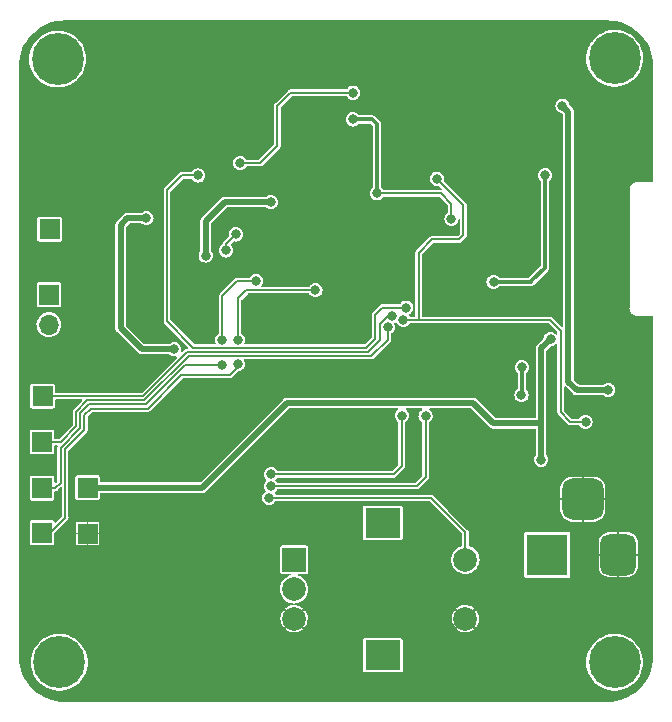
<source format=gbl>
G04 #@! TF.GenerationSoftware,KiCad,Pcbnew,(6.0.4)*
G04 #@! TF.CreationDate,2022-08-17T14:13:50+03:00*
G04 #@! TF.ProjectId,ReflowController-v1,5265666c-6f77-4436-9f6e-74726f6c6c65,rev?*
G04 #@! TF.SameCoordinates,Original*
G04 #@! TF.FileFunction,Copper,L2,Bot*
G04 #@! TF.FilePolarity,Positive*
%FSLAX46Y46*%
G04 Gerber Fmt 4.6, Leading zero omitted, Abs format (unit mm)*
G04 Created by KiCad (PCBNEW (6.0.4)) date 2022-08-17 14:13:50*
%MOMM*%
%LPD*%
G01*
G04 APERTURE LIST*
G04 Aperture macros list*
%AMRoundRect*
0 Rectangle with rounded corners*
0 $1 Rounding radius*
0 $2 $3 $4 $5 $6 $7 $8 $9 X,Y pos of 4 corners*
0 Add a 4 corners polygon primitive as box body*
4,1,4,$2,$3,$4,$5,$6,$7,$8,$9,$2,$3,0*
0 Add four circle primitives for the rounded corners*
1,1,$1+$1,$2,$3*
1,1,$1+$1,$4,$5*
1,1,$1+$1,$6,$7*
1,1,$1+$1,$8,$9*
0 Add four rect primitives between the rounded corners*
20,1,$1+$1,$2,$3,$4,$5,0*
20,1,$1+$1,$4,$5,$6,$7,0*
20,1,$1+$1,$6,$7,$8,$9,0*
20,1,$1+$1,$8,$9,$2,$3,0*%
G04 Aperture macros list end*
G04 #@! TA.AperFunction,ComponentPad*
%ADD10C,4.400000*%
G04 #@! TD*
G04 #@! TA.AperFunction,ComponentPad*
%ADD11C,0.700000*%
G04 #@! TD*
G04 #@! TA.AperFunction,ComponentPad*
%ADD12R,1.700000X1.700000*%
G04 #@! TD*
G04 #@! TA.AperFunction,ComponentPad*
%ADD13R,3.500000X3.500000*%
G04 #@! TD*
G04 #@! TA.AperFunction,ComponentPad*
%ADD14RoundRect,0.750000X0.750000X1.000000X-0.750000X1.000000X-0.750000X-1.000000X0.750000X-1.000000X0*%
G04 #@! TD*
G04 #@! TA.AperFunction,ComponentPad*
%ADD15RoundRect,0.875000X0.875000X0.875000X-0.875000X0.875000X-0.875000X-0.875000X0.875000X-0.875000X0*%
G04 #@! TD*
G04 #@! TA.AperFunction,ComponentPad*
%ADD16O,1.700000X1.700000*%
G04 #@! TD*
G04 #@! TA.AperFunction,ComponentPad*
%ADD17R,2.000000X2.000000*%
G04 #@! TD*
G04 #@! TA.AperFunction,ComponentPad*
%ADD18C,2.000000*%
G04 #@! TD*
G04 #@! TA.AperFunction,ComponentPad*
%ADD19R,3.000000X2.500000*%
G04 #@! TD*
G04 #@! TA.AperFunction,ViaPad*
%ADD20C,0.800000*%
G04 #@! TD*
G04 #@! TA.AperFunction,Conductor*
%ADD21C,0.152400*%
G04 #@! TD*
G04 #@! TA.AperFunction,Conductor*
%ADD22C,0.300000*%
G04 #@! TD*
G04 #@! TA.AperFunction,Conductor*
%ADD23C,0.500000*%
G04 #@! TD*
G04 APERTURE END LIST*
D10*
X153590000Y-73360000D03*
D11*
X153590000Y-75010000D03*
X151940000Y-73360000D03*
X155240000Y-73360000D03*
X154756726Y-74526726D03*
X153590000Y-71710000D03*
X152423274Y-74526726D03*
X154756726Y-72193274D03*
X152423274Y-72193274D03*
X106570000Y-122850000D03*
X108220000Y-124500000D03*
X105403274Y-125666726D03*
X107736726Y-125666726D03*
D10*
X106570000Y-124500000D03*
D11*
X105403274Y-123333274D03*
X107736726Y-123333274D03*
X104920000Y-124500000D03*
X106570000Y-126150000D03*
D12*
X108960000Y-109710000D03*
D13*
X147890000Y-115380000D03*
D14*
X153890000Y-115380000D03*
D15*
X150890000Y-110680000D03*
D12*
X105150000Y-101960000D03*
X105110000Y-109750000D03*
D10*
X153590000Y-124500000D03*
D11*
X152423274Y-123333274D03*
X154756726Y-123333274D03*
X153590000Y-122850000D03*
X152423274Y-125666726D03*
X155240000Y-124500000D03*
X153590000Y-126150000D03*
X151940000Y-124500000D03*
X154756726Y-125666726D03*
X105263274Y-72253274D03*
D10*
X106430000Y-73420000D03*
D11*
X107596726Y-74586726D03*
X104780000Y-73420000D03*
X106430000Y-71770000D03*
X105263274Y-74586726D03*
X107596726Y-72253274D03*
X106430000Y-75070000D03*
X108080000Y-73420000D03*
D12*
X105750000Y-87830000D03*
X108960000Y-113600000D03*
X105110000Y-105850000D03*
X105110000Y-113520000D03*
X105690000Y-93360000D03*
D16*
X105690000Y-95900000D03*
D17*
X126450000Y-115800000D03*
D18*
X126450000Y-120800000D03*
X126450000Y-118300000D03*
D19*
X133950000Y-112700000D03*
X133950000Y-123900000D03*
D18*
X140950000Y-115800000D03*
X140950000Y-120800000D03*
D20*
X113650000Y-99530000D03*
X134080000Y-90650000D03*
X110090000Y-99510000D03*
X105580000Y-99460000D03*
X107410000Y-90460000D03*
X133520000Y-101680500D03*
X124800000Y-76200000D03*
X132070000Y-90600000D03*
X110970000Y-99520000D03*
X133030000Y-88600000D03*
X134030000Y-89490000D03*
X132060000Y-89530000D03*
X134030000Y-88590000D03*
X107420000Y-99490000D03*
X137840000Y-98770000D03*
X141740000Y-90520000D03*
X138500000Y-75000000D03*
X103720000Y-99490000D03*
X125830000Y-78400000D03*
X124300000Y-74600000D03*
X136400000Y-108700000D03*
X141680000Y-86940000D03*
X109200000Y-99500000D03*
X106500000Y-99470000D03*
X133110000Y-90600000D03*
X105560000Y-90460000D03*
X138500000Y-74000000D03*
X110200000Y-90500000D03*
X113720000Y-90470000D03*
X108320000Y-99510000D03*
X103710000Y-90380000D03*
X106500000Y-90480000D03*
X133020000Y-89530000D03*
X109240000Y-90480000D03*
X138590000Y-81580000D03*
X132060000Y-88570000D03*
X138500000Y-76000000D03*
X104630000Y-99510000D03*
X108320000Y-90440000D03*
X104630000Y-90430000D03*
X111850000Y-99530000D03*
X112860000Y-90460000D03*
X112740000Y-99520000D03*
X151120000Y-104140000D03*
X135710000Y-95500000D03*
X138540000Y-83550000D03*
X118960000Y-90060000D03*
X133469805Y-84789865D03*
X113940000Y-86895000D03*
X131410000Y-78530000D03*
X116300000Y-97980000D03*
X149170000Y-77370000D03*
X124480000Y-85540000D03*
X139770000Y-86940000D03*
X153040000Y-101440000D03*
X131440000Y-76270000D03*
X121880000Y-82220000D03*
X135560000Y-103602500D03*
X124510000Y-108580000D03*
X124470000Y-109580000D03*
X137580000Y-103622500D03*
X120670000Y-89620701D03*
X124349729Y-110572240D03*
X121500000Y-88269301D03*
X118330000Y-83277500D03*
X135950000Y-94460000D03*
X145700000Y-101890000D03*
X145730000Y-99520000D03*
X123220000Y-92220000D03*
X120380000Y-99340000D03*
X120375700Y-97190460D03*
X121710000Y-97190460D03*
X121690000Y-99250000D03*
X128250000Y-92990460D03*
X134390000Y-96110000D03*
X134762295Y-95182422D03*
X147360000Y-107340000D03*
X148157500Y-97130000D03*
X143340000Y-92290000D03*
X147700000Y-83270000D03*
D21*
X140790000Y-88360000D02*
X140790000Y-85800000D01*
X148080000Y-95500000D02*
X137000000Y-95500000D01*
X137000000Y-95500000D02*
X137000000Y-89810000D01*
X138110000Y-88700000D02*
X140450000Y-88700000D01*
X140790000Y-85800000D02*
X138540000Y-83550000D01*
X140450000Y-88700000D02*
X140790000Y-88360000D01*
X149020000Y-103340000D02*
X149020000Y-96440000D01*
X149020000Y-96440000D02*
X148080000Y-95500000D01*
X149820000Y-104140000D02*
X149020000Y-103340000D01*
X151120000Y-104140000D02*
X149820000Y-104140000D01*
X135710000Y-95500000D02*
X137000000Y-95500000D01*
X137000000Y-89810000D02*
X138110000Y-88700000D01*
D22*
X131410000Y-78530000D02*
X133060000Y-78530000D01*
X133469805Y-78939805D02*
X133469805Y-84789865D01*
D23*
X118960000Y-90060000D02*
X118960000Y-87160000D01*
D22*
X133060000Y-78530000D02*
X133469805Y-78939805D01*
D23*
X149170000Y-77370000D02*
X149670000Y-77870000D01*
X113560000Y-97980000D02*
X116300000Y-97980000D01*
X113940000Y-86895000D02*
X112325000Y-86895000D01*
X149670000Y-77870000D02*
X149670000Y-100750000D01*
D21*
X138859865Y-84789865D02*
X139770000Y-85700000D01*
D23*
X149670000Y-100750000D02*
X150360000Y-101440000D01*
X150360000Y-101440000D02*
X153040000Y-101440000D01*
X118960000Y-87160000D02*
X120580000Y-85540000D01*
X112325000Y-86895000D02*
X111770000Y-87450000D01*
X120580000Y-85540000D02*
X124480000Y-85540000D01*
D21*
X139770000Y-85700000D02*
X139770000Y-86940000D01*
D23*
X111770000Y-87450000D02*
X111770000Y-96190000D01*
D21*
X133469805Y-84789865D02*
X138859865Y-84789865D01*
D23*
X111770000Y-96190000D02*
X113560000Y-97980000D01*
D21*
X125040000Y-77370000D02*
X125040000Y-80780000D01*
X123600000Y-82220000D02*
X121880000Y-82220000D01*
X125040000Y-80780000D02*
X123600000Y-82220000D01*
X126140000Y-76270000D02*
X125040000Y-77370000D01*
X131440000Y-76270000D02*
X126140000Y-76270000D01*
X124510000Y-108580000D02*
X134890000Y-108580000D01*
X134890000Y-108580000D02*
X135560000Y-107910000D01*
X135560000Y-107910000D02*
X135560000Y-103602500D01*
X124470000Y-109580000D02*
X136820000Y-109580000D01*
X136820000Y-109580000D02*
X137580000Y-108820000D01*
X137580000Y-108820000D02*
X137580000Y-103622500D01*
X120670000Y-89099301D02*
X120670000Y-89620701D01*
X138032240Y-110572240D02*
X140950000Y-113490000D01*
X140950000Y-113490000D02*
X140950000Y-115800000D01*
X121500000Y-88269301D02*
X120670000Y-89099301D01*
X124349729Y-110572240D02*
X138032240Y-110572240D01*
X132556150Y-97866160D02*
X117926160Y-97866160D01*
X133920000Y-94460000D02*
X133300000Y-95080000D01*
X115671789Y-84548211D02*
X116942500Y-83277500D01*
X117926160Y-97866160D02*
X115671789Y-95611789D01*
X133300000Y-95080000D02*
X133300000Y-97122310D01*
X115671789Y-95611789D02*
X115671789Y-84548211D01*
X116942500Y-83277500D02*
X118330000Y-83277500D01*
X133300000Y-97122310D02*
X132556150Y-97866160D01*
X135950000Y-94460000D02*
X133920000Y-94460000D01*
D22*
X145730000Y-99520000D02*
X145730000Y-101860000D01*
D21*
X145730000Y-101860000D02*
X145700000Y-101890000D01*
X117245380Y-99340000D02*
X113921540Y-102663840D01*
X123220000Y-92220000D02*
X121640000Y-92220000D01*
X120890000Y-92970000D02*
X120375700Y-93484300D01*
X113921540Y-102663840D02*
X109096160Y-102663840D01*
X108341920Y-104675770D02*
X106680000Y-106337690D01*
X120375700Y-93484300D02*
X120375700Y-97190460D01*
X109096160Y-102663840D02*
X108341920Y-103418080D01*
X106680000Y-109290000D02*
X106220000Y-109750000D01*
X106220000Y-109750000D02*
X105110000Y-109750000D01*
X108341920Y-103418080D02*
X108341920Y-104675770D01*
X120380000Y-99340000D02*
X117245380Y-99340000D01*
X106680000Y-106337690D02*
X106680000Y-109290000D01*
X121640000Y-92220000D02*
X120890000Y-92970000D01*
X107070000Y-112250000D02*
X105800000Y-113520000D01*
X128249540Y-92990000D02*
X122410000Y-92990000D01*
X105800000Y-113520000D02*
X105110000Y-113520000D01*
X128250000Y-92990460D02*
X128249540Y-92990000D01*
X122410000Y-92990000D02*
X121710000Y-93690000D01*
X109241930Y-103015760D02*
X108693840Y-103563850D01*
X108693840Y-104821540D02*
X107070000Y-106445380D01*
X121710000Y-93690000D02*
X121710000Y-97190460D01*
X121690000Y-99250000D02*
X121690000Y-99460000D01*
X114067310Y-103015760D02*
X109241930Y-103015760D01*
X116913070Y-100170000D02*
X114067310Y-103015760D01*
X108693840Y-103563850D02*
X108693840Y-104821540D01*
X120980000Y-100170000D02*
X116913070Y-100170000D01*
X121690000Y-99460000D02*
X120980000Y-100170000D01*
X107070000Y-106445380D02*
X107070000Y-112250000D01*
X117517690Y-98570000D02*
X113775770Y-102311920D01*
X107990000Y-103272310D02*
X107990000Y-104530000D01*
X134390000Y-96110000D02*
X134390000Y-97180000D01*
X108950390Y-102311920D02*
X107990000Y-103272310D01*
X106670000Y-105850000D02*
X105110000Y-105850000D01*
X134390000Y-97180000D02*
X133000000Y-98570000D01*
X107990000Y-104530000D02*
X106670000Y-105850000D01*
X113775770Y-102311920D02*
X108950390Y-102311920D01*
X133000000Y-98570000D02*
X117517690Y-98570000D01*
X133710000Y-95834399D02*
X133710000Y-97210000D01*
X117371920Y-98218080D02*
X113630000Y-101960000D01*
X132701920Y-98218080D02*
X117371920Y-98218080D01*
X134762295Y-95182422D02*
X134361977Y-95182422D01*
X133710000Y-97210000D02*
X132701920Y-98218080D01*
X134361977Y-95182422D02*
X133710000Y-95834399D01*
X113630000Y-101960000D02*
X105150000Y-101960000D01*
D23*
X147360000Y-97927500D02*
X148157500Y-97130000D01*
D22*
X146630000Y-92150000D02*
X147700000Y-91080000D01*
D23*
X108960000Y-109710000D02*
X118690000Y-109710000D01*
D22*
X143340000Y-92290000D02*
X146490000Y-92290000D01*
X146490000Y-92290000D02*
X146630000Y-92150000D01*
D23*
X143320000Y-104260000D02*
X147360000Y-104260000D01*
X147360000Y-104260000D02*
X147360000Y-97927500D01*
X125870000Y-102530000D02*
X141590000Y-102530000D01*
X141590000Y-102530000D02*
X143320000Y-104260000D01*
D22*
X147700000Y-91080000D02*
X147700000Y-83270000D01*
D23*
X147360000Y-107340000D02*
X147360000Y-104260000D01*
X118690000Y-109710000D02*
X125870000Y-102530000D01*
G04 #@! TA.AperFunction,Conductor*
G36*
X152989430Y-70155462D02*
G01*
X153000000Y-70158294D01*
X153009562Y-70155732D01*
X153015501Y-70155732D01*
X153028781Y-70154314D01*
X153162390Y-70160878D01*
X153373389Y-70171244D01*
X153380733Y-70171967D01*
X153602395Y-70204847D01*
X153746885Y-70226280D01*
X153754113Y-70227718D01*
X153933643Y-70272688D01*
X154113168Y-70317657D01*
X154120230Y-70319799D01*
X154322077Y-70392021D01*
X154468745Y-70444499D01*
X154475560Y-70447322D01*
X154810174Y-70605583D01*
X154816682Y-70609062D01*
X155134161Y-70799351D01*
X155140295Y-70803449D01*
X155351106Y-70959797D01*
X155437612Y-71023954D01*
X155443313Y-71028634D01*
X155615626Y-71184809D01*
X155717573Y-71277209D01*
X155722788Y-71282424D01*
X155971364Y-71556684D01*
X155976046Y-71562388D01*
X156196549Y-71859702D01*
X156200647Y-71865836D01*
X156369120Y-72146916D01*
X156390938Y-72183318D01*
X156394417Y-72189826D01*
X156552678Y-72524440D01*
X156555501Y-72531255D01*
X156556687Y-72534570D01*
X156680201Y-72879770D01*
X156682343Y-72886832D01*
X156769829Y-73236092D01*
X156772281Y-73245882D01*
X156773721Y-73253120D01*
X156828033Y-73619267D01*
X156828756Y-73626611D01*
X156833300Y-73719098D01*
X156845156Y-73960419D01*
X156845686Y-73971217D01*
X156844268Y-73984499D01*
X156844268Y-73990438D01*
X156841706Y-74000000D01*
X156844268Y-74009561D01*
X156844538Y-74010569D01*
X156847100Y-74030032D01*
X156847100Y-83771900D01*
X156829507Y-83820238D01*
X156784958Y-83845958D01*
X156771900Y-83847100D01*
X155530032Y-83847100D01*
X155510569Y-83844538D01*
X155510487Y-83844516D01*
X155500000Y-83841706D01*
X155491866Y-83843885D01*
X155488475Y-83844267D01*
X155487581Y-83844267D01*
X155486266Y-83844516D01*
X155353797Y-83859442D01*
X155214925Y-83908036D01*
X155090348Y-83986312D01*
X154986312Y-84090348D01*
X154908036Y-84214925D01*
X154859442Y-84353797D01*
X154855058Y-84392704D01*
X154844516Y-84486266D01*
X154844267Y-84487581D01*
X154844267Y-84488475D01*
X154843885Y-84491866D01*
X154841706Y-84500000D01*
X154844268Y-84509560D01*
X154844538Y-84510569D01*
X154847100Y-84530032D01*
X154847100Y-94469968D01*
X154844538Y-94489430D01*
X154841706Y-94500000D01*
X154843885Y-94508134D01*
X154844267Y-94511525D01*
X154844267Y-94512419D01*
X154844516Y-94513734D01*
X154859442Y-94646203D01*
X154908036Y-94785075D01*
X154986312Y-94909652D01*
X155090348Y-95013688D01*
X155214925Y-95091964D01*
X155353797Y-95140558D01*
X155463333Y-95152900D01*
X155486266Y-95155484D01*
X155487581Y-95155733D01*
X155488475Y-95155733D01*
X155491866Y-95156115D01*
X155500000Y-95158294D01*
X155510570Y-95155462D01*
X155530032Y-95152900D01*
X156771900Y-95152900D01*
X156820238Y-95170493D01*
X156845958Y-95215042D01*
X156847100Y-95228100D01*
X156847100Y-123969968D01*
X156844538Y-123989430D01*
X156841706Y-124000000D01*
X156844268Y-124009562D01*
X156844268Y-124015501D01*
X156845686Y-124028783D01*
X156828756Y-124373389D01*
X156828033Y-124380733D01*
X156773721Y-124746880D01*
X156772282Y-124754113D01*
X156761014Y-124799098D01*
X156682343Y-125113168D01*
X156680201Y-125120230D01*
X156555502Y-125468742D01*
X156552680Y-125475556D01*
X156466042Y-125658736D01*
X156394417Y-125810174D01*
X156390940Y-125816679D01*
X156333943Y-125911772D01*
X156200649Y-126134161D01*
X156196549Y-126140298D01*
X155976046Y-126437612D01*
X155971364Y-126443316D01*
X155722791Y-126717573D01*
X155717576Y-126722788D01*
X155521502Y-126900500D01*
X155443316Y-126971364D01*
X155437615Y-126976044D01*
X155307818Y-127072308D01*
X155140298Y-127196549D01*
X155134161Y-127200649D01*
X154816682Y-127390938D01*
X154810174Y-127394417D01*
X154475560Y-127552678D01*
X154468745Y-127555501D01*
X154322077Y-127607979D01*
X154120230Y-127680201D01*
X154113168Y-127682343D01*
X153956866Y-127721495D01*
X153754113Y-127772282D01*
X153746885Y-127773720D01*
X153602395Y-127795153D01*
X153380733Y-127828033D01*
X153373389Y-127828756D01*
X153162390Y-127839122D01*
X153028781Y-127845686D01*
X153015501Y-127844268D01*
X153009562Y-127844268D01*
X153000000Y-127841706D01*
X152989431Y-127844538D01*
X152969968Y-127847100D01*
X107030032Y-127847100D01*
X107010569Y-127844538D01*
X107000000Y-127841706D01*
X106990438Y-127844268D01*
X106984499Y-127844268D01*
X106971219Y-127845686D01*
X106837610Y-127839122D01*
X106626611Y-127828756D01*
X106619267Y-127828033D01*
X106397605Y-127795153D01*
X106253115Y-127773720D01*
X106245887Y-127772282D01*
X106043134Y-127721495D01*
X105886832Y-127682343D01*
X105879770Y-127680201D01*
X105677923Y-127607979D01*
X105531255Y-127555501D01*
X105524440Y-127552678D01*
X105189826Y-127394417D01*
X105183318Y-127390938D01*
X104865839Y-127200649D01*
X104859702Y-127196549D01*
X104692183Y-127072308D01*
X104562385Y-126976044D01*
X104556684Y-126971364D01*
X104478498Y-126900500D01*
X104282424Y-126722788D01*
X104277209Y-126717573D01*
X104028636Y-126443316D01*
X104023954Y-126437612D01*
X103803451Y-126140298D01*
X103799351Y-126134161D01*
X103666057Y-125911772D01*
X103609060Y-125816679D01*
X103605583Y-125810174D01*
X103533958Y-125658736D01*
X103447320Y-125475556D01*
X103444498Y-125468742D01*
X103319799Y-125120230D01*
X103317657Y-125113168D01*
X103238986Y-124799098D01*
X103227718Y-124754113D01*
X103226279Y-124746880D01*
X103189658Y-124500000D01*
X104164754Y-124500000D01*
X104183720Y-124801457D01*
X104184164Y-124803782D01*
X104239874Y-125095830D01*
X104239876Y-125095838D01*
X104240319Y-125098160D01*
X104241053Y-125100419D01*
X104322310Y-125350500D01*
X104333659Y-125385430D01*
X104462267Y-125658736D01*
X104624115Y-125913768D01*
X104625619Y-125915586D01*
X104815148Y-126144688D01*
X104815154Y-126144694D01*
X104816651Y-126146504D01*
X104818365Y-126148113D01*
X104818371Y-126148120D01*
X104977123Y-126297198D01*
X105036838Y-126353274D01*
X105281205Y-126530816D01*
X105283279Y-126531956D01*
X105543820Y-126675191D01*
X105543824Y-126675193D01*
X105545896Y-126676332D01*
X105826738Y-126787525D01*
X105829028Y-126788113D01*
X106117010Y-126862054D01*
X106117017Y-126862055D01*
X106119302Y-126862642D01*
X106418973Y-126900500D01*
X106721027Y-126900500D01*
X107020698Y-126862642D01*
X107022983Y-126862055D01*
X107022990Y-126862054D01*
X107310972Y-126788113D01*
X107313262Y-126787525D01*
X107594104Y-126676332D01*
X107596176Y-126675193D01*
X107596180Y-126675191D01*
X107856721Y-126531956D01*
X107858795Y-126530816D01*
X108103162Y-126353274D01*
X108162877Y-126297198D01*
X108321629Y-126148120D01*
X108321635Y-126148113D01*
X108323349Y-126146504D01*
X108324846Y-126144694D01*
X108324852Y-126144688D01*
X108514381Y-125915586D01*
X108515885Y-125913768D01*
X108677733Y-125658736D01*
X108806341Y-125385430D01*
X108817691Y-125350500D01*
X108876421Y-125169748D01*
X132249500Y-125169748D01*
X132261133Y-125228231D01*
X132305448Y-125294552D01*
X132371769Y-125338867D01*
X132379033Y-125340312D01*
X132426627Y-125349779D01*
X132430252Y-125350500D01*
X135469748Y-125350500D01*
X135473373Y-125349779D01*
X135520967Y-125340312D01*
X135528231Y-125338867D01*
X135594552Y-125294552D01*
X135638867Y-125228231D01*
X135650500Y-125169748D01*
X135650500Y-124500000D01*
X151184754Y-124500000D01*
X151203720Y-124801457D01*
X151204164Y-124803782D01*
X151259874Y-125095830D01*
X151259876Y-125095838D01*
X151260319Y-125098160D01*
X151261053Y-125100419D01*
X151342310Y-125350500D01*
X151353659Y-125385430D01*
X151482267Y-125658736D01*
X151644115Y-125913768D01*
X151645619Y-125915586D01*
X151835148Y-126144688D01*
X151835154Y-126144694D01*
X151836651Y-126146504D01*
X151838365Y-126148113D01*
X151838371Y-126148120D01*
X151997123Y-126297198D01*
X152056838Y-126353274D01*
X152301205Y-126530816D01*
X152303279Y-126531956D01*
X152563820Y-126675191D01*
X152563824Y-126675193D01*
X152565896Y-126676332D01*
X152846738Y-126787525D01*
X152849028Y-126788113D01*
X153137010Y-126862054D01*
X153137017Y-126862055D01*
X153139302Y-126862642D01*
X153438973Y-126900500D01*
X153741027Y-126900500D01*
X154040698Y-126862642D01*
X154042983Y-126862055D01*
X154042990Y-126862054D01*
X154330972Y-126788113D01*
X154333262Y-126787525D01*
X154614104Y-126676332D01*
X154616176Y-126675193D01*
X154616180Y-126675191D01*
X154876721Y-126531956D01*
X154878795Y-126530816D01*
X155123162Y-126353274D01*
X155182877Y-126297198D01*
X155341629Y-126148120D01*
X155341635Y-126148113D01*
X155343349Y-126146504D01*
X155344846Y-126144694D01*
X155344852Y-126144688D01*
X155534381Y-125915586D01*
X155535885Y-125913768D01*
X155697733Y-125658736D01*
X155826341Y-125385430D01*
X155837691Y-125350500D01*
X155918947Y-125100419D01*
X155919681Y-125098160D01*
X155920124Y-125095838D01*
X155920126Y-125095830D01*
X155975836Y-124803782D01*
X155976280Y-124801457D01*
X155995246Y-124500000D01*
X155976280Y-124198543D01*
X155932677Y-123969968D01*
X155920126Y-123904170D01*
X155920124Y-123904162D01*
X155919681Y-123901840D01*
X155826341Y-123614570D01*
X155697733Y-123341264D01*
X155535885Y-123086232D01*
X155529099Y-123078029D01*
X155344852Y-122855312D01*
X155344846Y-122855306D01*
X155343349Y-122853496D01*
X155341635Y-122851887D01*
X155341629Y-122851880D01*
X155124890Y-122648349D01*
X155123162Y-122646726D01*
X154878795Y-122469184D01*
X154772599Y-122410802D01*
X154616180Y-122324809D01*
X154616176Y-122324807D01*
X154614104Y-122323668D01*
X154333262Y-122212475D01*
X154330972Y-122211887D01*
X154042990Y-122137946D01*
X154042983Y-122137945D01*
X154040698Y-122137358D01*
X153741027Y-122099500D01*
X153438973Y-122099500D01*
X153139302Y-122137358D01*
X153137017Y-122137945D01*
X153137010Y-122137946D01*
X152849028Y-122211887D01*
X152846738Y-122212475D01*
X152565896Y-122323668D01*
X152563824Y-122324807D01*
X152563820Y-122324809D01*
X152407401Y-122410802D01*
X152301205Y-122469184D01*
X152056838Y-122646726D01*
X152055110Y-122648349D01*
X151838371Y-122851880D01*
X151838365Y-122851887D01*
X151836651Y-122853496D01*
X151835154Y-122855306D01*
X151835148Y-122855312D01*
X151650901Y-123078029D01*
X151644115Y-123086232D01*
X151482267Y-123341264D01*
X151353659Y-123614570D01*
X151260319Y-123901840D01*
X151259876Y-123904162D01*
X151259874Y-123904170D01*
X151247323Y-123969968D01*
X151203720Y-124198543D01*
X151184754Y-124500000D01*
X135650500Y-124500000D01*
X135650500Y-122630252D01*
X135638867Y-122571769D01*
X135594552Y-122505448D01*
X135528231Y-122461133D01*
X135520967Y-122459688D01*
X135473373Y-122450221D01*
X135473372Y-122450221D01*
X135469748Y-122449500D01*
X132430252Y-122449500D01*
X132426628Y-122450221D01*
X132426627Y-122450221D01*
X132379033Y-122459688D01*
X132371769Y-122461133D01*
X132305448Y-122505448D01*
X132261133Y-122571769D01*
X132249500Y-122630252D01*
X132249500Y-125169748D01*
X108876421Y-125169748D01*
X108898947Y-125100419D01*
X108899681Y-125098160D01*
X108900124Y-125095838D01*
X108900126Y-125095830D01*
X108955836Y-124803782D01*
X108956280Y-124801457D01*
X108975246Y-124500000D01*
X108956280Y-124198543D01*
X108912677Y-123969968D01*
X108900126Y-123904170D01*
X108900124Y-123904162D01*
X108899681Y-123901840D01*
X108806341Y-123614570D01*
X108677733Y-123341264D01*
X108515885Y-123086232D01*
X108509099Y-123078029D01*
X108324852Y-122855312D01*
X108324846Y-122855306D01*
X108323349Y-122853496D01*
X108321635Y-122851887D01*
X108321629Y-122851880D01*
X108104890Y-122648349D01*
X108103162Y-122646726D01*
X107858795Y-122469184D01*
X107752599Y-122410802D01*
X107596180Y-122324809D01*
X107596176Y-122324807D01*
X107594104Y-122323668D01*
X107313262Y-122212475D01*
X107310972Y-122211887D01*
X107022990Y-122137946D01*
X107022983Y-122137945D01*
X107020698Y-122137358D01*
X106721027Y-122099500D01*
X106418973Y-122099500D01*
X106119302Y-122137358D01*
X106117017Y-122137945D01*
X106117010Y-122137946D01*
X105829028Y-122211887D01*
X105826738Y-122212475D01*
X105545896Y-122323668D01*
X105543824Y-122324807D01*
X105543820Y-122324809D01*
X105387401Y-122410802D01*
X105281205Y-122469184D01*
X105036838Y-122646726D01*
X105035110Y-122648349D01*
X104818371Y-122851880D01*
X104818365Y-122851887D01*
X104816651Y-122853496D01*
X104815154Y-122855306D01*
X104815148Y-122855312D01*
X104630901Y-123078029D01*
X104624115Y-123086232D01*
X104462267Y-123341264D01*
X104333659Y-123614570D01*
X104240319Y-123901840D01*
X104239876Y-123904162D01*
X104239874Y-123904170D01*
X104227323Y-123969968D01*
X104183720Y-124198543D01*
X104164754Y-124500000D01*
X103189658Y-124500000D01*
X103171967Y-124380733D01*
X103171244Y-124373389D01*
X103154314Y-124028783D01*
X103155732Y-124015501D01*
X103155732Y-124009562D01*
X103158294Y-124000000D01*
X103155462Y-123989430D01*
X103152900Y-123969968D01*
X103152900Y-121668596D01*
X125694397Y-121668596D01*
X125695942Y-121674363D01*
X125719199Y-121697019D01*
X125724524Y-121701331D01*
X125894906Y-121815176D01*
X125900930Y-121818447D01*
X126089197Y-121899333D01*
X126095723Y-121901453D01*
X126295574Y-121946675D01*
X126302384Y-121947571D01*
X126507126Y-121955616D01*
X126513980Y-121955257D01*
X126716760Y-121925855D01*
X126723445Y-121924250D01*
X126917468Y-121858388D01*
X126923736Y-121855597D01*
X127102514Y-121755477D01*
X127108174Y-121751587D01*
X127199333Y-121675770D01*
X127203517Y-121668596D01*
X140194397Y-121668596D01*
X140195942Y-121674363D01*
X140219199Y-121697019D01*
X140224524Y-121701331D01*
X140394906Y-121815176D01*
X140400930Y-121818447D01*
X140589197Y-121899333D01*
X140595723Y-121901453D01*
X140795574Y-121946675D01*
X140802384Y-121947571D01*
X141007126Y-121955616D01*
X141013980Y-121955257D01*
X141216760Y-121925855D01*
X141223445Y-121924250D01*
X141417468Y-121858388D01*
X141423736Y-121855597D01*
X141602514Y-121755477D01*
X141608174Y-121751587D01*
X141699333Y-121675770D01*
X141704778Y-121666433D01*
X141703971Y-121661734D01*
X140959377Y-120917140D01*
X140949578Y-120912571D01*
X140943587Y-120914176D01*
X140198966Y-121658797D01*
X140194397Y-121668596D01*
X127203517Y-121668596D01*
X127204778Y-121666433D01*
X127203971Y-121661734D01*
X126459377Y-120917140D01*
X126449578Y-120912571D01*
X126443587Y-120914176D01*
X125698966Y-121658797D01*
X125694397Y-121668596D01*
X103152900Y-121668596D01*
X103152900Y-120773141D01*
X125293285Y-120773141D01*
X125306687Y-120977608D01*
X125307761Y-120984388D01*
X125358197Y-121182984D01*
X125360491Y-121189461D01*
X125446274Y-121375538D01*
X125449704Y-121381479D01*
X125567962Y-121548811D01*
X125571330Y-121552755D01*
X125580773Y-121557008D01*
X125586979Y-121555258D01*
X126332860Y-120809377D01*
X126337035Y-120800422D01*
X126562571Y-120800422D01*
X126564176Y-120806413D01*
X127307914Y-121550151D01*
X127317713Y-121554720D01*
X127322315Y-121553487D01*
X127401587Y-121458174D01*
X127405477Y-121452514D01*
X127505597Y-121273736D01*
X127508388Y-121267468D01*
X127574250Y-121073445D01*
X127575855Y-121066760D01*
X127605434Y-120862755D01*
X127605809Y-120858359D01*
X127607279Y-120802217D01*
X127607135Y-120797798D01*
X127604869Y-120773141D01*
X139793285Y-120773141D01*
X139806687Y-120977608D01*
X139807761Y-120984388D01*
X139858197Y-121182984D01*
X139860491Y-121189461D01*
X139946274Y-121375538D01*
X139949704Y-121381479D01*
X140067962Y-121548811D01*
X140071330Y-121552755D01*
X140080773Y-121557008D01*
X140086979Y-121555258D01*
X140832860Y-120809377D01*
X140837035Y-120800422D01*
X141062571Y-120800422D01*
X141064176Y-120806413D01*
X141807914Y-121550151D01*
X141817713Y-121554720D01*
X141822315Y-121553487D01*
X141901587Y-121458174D01*
X141905477Y-121452514D01*
X142005597Y-121273736D01*
X142008388Y-121267468D01*
X142074250Y-121073445D01*
X142075855Y-121066760D01*
X142105434Y-120862755D01*
X142105809Y-120858359D01*
X142107279Y-120802217D01*
X142107135Y-120797798D01*
X142088272Y-120592525D01*
X142087021Y-120585773D01*
X142031402Y-120388564D01*
X142028943Y-120382157D01*
X141938317Y-120198386D01*
X141934727Y-120192528D01*
X141827453Y-120048870D01*
X141818413Y-120042942D01*
X141814339Y-120043424D01*
X141067140Y-120790623D01*
X141062571Y-120800422D01*
X140837035Y-120800422D01*
X140837429Y-120799578D01*
X140835824Y-120793587D01*
X140091257Y-120049020D01*
X140081458Y-120044451D01*
X140077188Y-120045595D01*
X139981508Y-120166964D01*
X139977771Y-120172719D01*
X139882363Y-120354059D01*
X139879740Y-120360391D01*
X139818975Y-120556087D01*
X139817549Y-120562797D01*
X139793465Y-120766285D01*
X139793285Y-120773141D01*
X127604869Y-120773141D01*
X127588272Y-120592525D01*
X127587021Y-120585773D01*
X127531402Y-120388564D01*
X127528943Y-120382157D01*
X127438317Y-120198386D01*
X127434727Y-120192528D01*
X127327453Y-120048870D01*
X127318413Y-120042942D01*
X127314339Y-120043424D01*
X126567140Y-120790623D01*
X126562571Y-120800422D01*
X126337035Y-120800422D01*
X126337429Y-120799578D01*
X126335824Y-120793587D01*
X125591257Y-120049020D01*
X125581458Y-120044451D01*
X125577188Y-120045595D01*
X125481508Y-120166964D01*
X125477771Y-120172719D01*
X125382363Y-120354059D01*
X125379740Y-120360391D01*
X125318975Y-120556087D01*
X125317549Y-120562797D01*
X125293465Y-120766285D01*
X125293285Y-120773141D01*
X103152900Y-120773141D01*
X103152900Y-118268440D01*
X125244770Y-118268440D01*
X125244995Y-118271874D01*
X125244995Y-118271877D01*
X125246984Y-118302217D01*
X125259200Y-118488604D01*
X125313511Y-118702452D01*
X125405883Y-118902821D01*
X125407879Y-118905645D01*
X125531232Y-119080187D01*
X125531235Y-119080191D01*
X125533222Y-119083002D01*
X125691264Y-119236961D01*
X125874717Y-119359540D01*
X125877879Y-119360899D01*
X125877880Y-119360899D01*
X126074270Y-119445275D01*
X126074272Y-119445276D01*
X126077436Y-119446635D01*
X126292632Y-119495329D01*
X126346643Y-119497451D01*
X126394253Y-119516929D01*
X126418204Y-119562452D01*
X126407290Y-119612721D01*
X126366617Y-119644213D01*
X126356426Y-119646707D01*
X126153851Y-119681515D01*
X126147229Y-119683290D01*
X125954988Y-119754212D01*
X125948790Y-119757169D01*
X125772699Y-119861931D01*
X125767141Y-119865969D01*
X125700706Y-119924231D01*
X125695507Y-119933708D01*
X125696509Y-119938746D01*
X126440623Y-120682860D01*
X126450422Y-120687429D01*
X126456413Y-120685824D01*
X127200181Y-119942056D01*
X127204073Y-119933708D01*
X140195507Y-119933708D01*
X140196509Y-119938746D01*
X140940623Y-120682860D01*
X140950422Y-120687429D01*
X140956413Y-120685824D01*
X141700181Y-119942056D01*
X141704750Y-119932257D01*
X141703318Y-119926910D01*
X141657071Y-119884161D01*
X141651631Y-119879986D01*
X141478332Y-119770642D01*
X141472218Y-119767528D01*
X141281910Y-119691602D01*
X141275315Y-119689648D01*
X141074358Y-119649676D01*
X141067529Y-119648958D01*
X140862639Y-119646276D01*
X140855801Y-119646814D01*
X140653851Y-119681515D01*
X140647229Y-119683290D01*
X140454988Y-119754212D01*
X140448790Y-119757169D01*
X140272699Y-119861931D01*
X140267141Y-119865969D01*
X140200706Y-119924231D01*
X140195507Y-119933708D01*
X127204073Y-119933708D01*
X127204750Y-119932257D01*
X127203318Y-119926910D01*
X127157071Y-119884161D01*
X127151631Y-119879986D01*
X126978332Y-119770642D01*
X126972218Y-119767528D01*
X126781910Y-119691602D01*
X126775315Y-119689648D01*
X126574358Y-119649676D01*
X126567528Y-119648958D01*
X126556008Y-119648807D01*
X126507905Y-119630582D01*
X126482771Y-119585700D01*
X126492366Y-119535163D01*
X126532201Y-119502617D01*
X126546201Y-119499191D01*
X126731452Y-119472331D01*
X126734722Y-119471221D01*
X126937116Y-119402518D01*
X126937119Y-119402516D01*
X126940379Y-119401410D01*
X127132884Y-119293602D01*
X127302518Y-119152518D01*
X127443602Y-118982884D01*
X127551410Y-118790379D01*
X127580194Y-118705586D01*
X127621221Y-118584722D01*
X127622331Y-118581452D01*
X127653991Y-118363098D01*
X127655643Y-118300000D01*
X127635454Y-118080289D01*
X127575565Y-117867936D01*
X127559606Y-117835573D01*
X127479505Y-117673146D01*
X127477980Y-117670053D01*
X127345967Y-117493267D01*
X127183949Y-117343499D01*
X127163347Y-117330500D01*
X127000261Y-117227600D01*
X127000255Y-117227597D01*
X126997350Y-117225764D01*
X126806814Y-117149748D01*
X145939500Y-117149748D01*
X145951133Y-117208231D01*
X145995448Y-117274552D01*
X146061769Y-117318867D01*
X146069033Y-117320312D01*
X146090661Y-117324614D01*
X146120252Y-117330500D01*
X149659748Y-117330500D01*
X149689339Y-117324614D01*
X149710967Y-117320312D01*
X149718231Y-117318867D01*
X149784552Y-117274552D01*
X149828867Y-117208231D01*
X149840500Y-117149748D01*
X149840500Y-116441684D01*
X152237600Y-116441684D01*
X152237716Y-116444642D01*
X152243530Y-116518510D01*
X152244691Y-116525268D01*
X152291877Y-116701372D01*
X152294683Y-116708679D01*
X152377225Y-116870677D01*
X152381498Y-116877256D01*
X152495914Y-117018548D01*
X152501452Y-117024086D01*
X152642744Y-117138502D01*
X152649323Y-117142775D01*
X152811321Y-117225317D01*
X152818628Y-117228123D01*
X152994732Y-117275309D01*
X153001490Y-117276470D01*
X153075358Y-117282284D01*
X153078316Y-117282400D01*
X153800541Y-117282400D01*
X153810698Y-117278703D01*
X153813800Y-117273331D01*
X153813800Y-117269141D01*
X153966200Y-117269141D01*
X153969897Y-117279298D01*
X153975269Y-117282400D01*
X154701684Y-117282400D01*
X154704642Y-117282284D01*
X154778510Y-117276470D01*
X154785268Y-117275309D01*
X154961372Y-117228123D01*
X154968679Y-117225317D01*
X155130677Y-117142775D01*
X155137256Y-117138502D01*
X155278548Y-117024086D01*
X155284086Y-117018548D01*
X155398502Y-116877256D01*
X155402775Y-116870677D01*
X155485317Y-116708679D01*
X155488123Y-116701372D01*
X155535309Y-116525268D01*
X155536470Y-116518510D01*
X155542284Y-116444642D01*
X155542400Y-116441684D01*
X155542400Y-115469459D01*
X155538703Y-115459302D01*
X155533331Y-115456200D01*
X153979459Y-115456200D01*
X153969302Y-115459897D01*
X153966200Y-115465269D01*
X153966200Y-117269141D01*
X153813800Y-117269141D01*
X153813800Y-115469459D01*
X153810103Y-115459302D01*
X153804731Y-115456200D01*
X152250859Y-115456200D01*
X152240702Y-115459897D01*
X152237600Y-115465269D01*
X152237600Y-116441684D01*
X149840500Y-116441684D01*
X149840500Y-115290541D01*
X152237600Y-115290541D01*
X152241297Y-115300698D01*
X152246669Y-115303800D01*
X153800541Y-115303800D01*
X153810698Y-115300103D01*
X153813800Y-115294731D01*
X153813800Y-115290541D01*
X153966200Y-115290541D01*
X153969897Y-115300698D01*
X153975269Y-115303800D01*
X155529141Y-115303800D01*
X155539298Y-115300103D01*
X155542400Y-115294731D01*
X155542400Y-114318316D01*
X155542284Y-114315358D01*
X155536470Y-114241490D01*
X155535309Y-114234732D01*
X155488123Y-114058628D01*
X155485317Y-114051321D01*
X155402775Y-113889323D01*
X155398502Y-113882744D01*
X155284086Y-113741452D01*
X155278548Y-113735914D01*
X155137256Y-113621498D01*
X155130677Y-113617225D01*
X154968679Y-113534683D01*
X154961372Y-113531877D01*
X154785268Y-113484691D01*
X154778510Y-113483530D01*
X154704642Y-113477716D01*
X154701684Y-113477600D01*
X153979459Y-113477600D01*
X153969302Y-113481297D01*
X153966200Y-113486669D01*
X153966200Y-115290541D01*
X153813800Y-115290541D01*
X153813800Y-113490859D01*
X153810103Y-113480702D01*
X153804731Y-113477600D01*
X153078316Y-113477600D01*
X153075358Y-113477716D01*
X153001490Y-113483530D01*
X152994732Y-113484691D01*
X152818628Y-113531877D01*
X152811321Y-113534683D01*
X152649323Y-113617225D01*
X152642744Y-113621498D01*
X152501452Y-113735914D01*
X152495914Y-113741452D01*
X152381498Y-113882744D01*
X152377225Y-113889323D01*
X152294683Y-114051321D01*
X152291877Y-114058628D01*
X152244691Y-114234732D01*
X152243530Y-114241490D01*
X152237716Y-114315358D01*
X152237600Y-114318316D01*
X152237600Y-115290541D01*
X149840500Y-115290541D01*
X149840500Y-113610252D01*
X149828867Y-113551769D01*
X149784552Y-113485448D01*
X149718231Y-113441133D01*
X149710967Y-113439688D01*
X149663373Y-113430221D01*
X149663372Y-113430221D01*
X149659748Y-113429500D01*
X146120252Y-113429500D01*
X146116628Y-113430221D01*
X146116627Y-113430221D01*
X146069033Y-113439688D01*
X146061769Y-113441133D01*
X145995448Y-113485448D01*
X145951133Y-113551769D01*
X145939500Y-113610252D01*
X145939500Y-117149748D01*
X126806814Y-117149748D01*
X126798051Y-117146252D01*
X126796284Y-117145547D01*
X126757907Y-117111294D01*
X126750526Y-117060386D01*
X126777594Y-117016644D01*
X126824150Y-117000500D01*
X127469748Y-117000500D01*
X127495066Y-116995464D01*
X127520967Y-116990312D01*
X127528231Y-116988867D01*
X127594552Y-116944552D01*
X127638867Y-116878231D01*
X127650500Y-116819748D01*
X127650500Y-114780252D01*
X127638867Y-114721769D01*
X127594552Y-114655448D01*
X127528231Y-114611133D01*
X127520967Y-114609688D01*
X127473373Y-114600221D01*
X127473372Y-114600221D01*
X127469748Y-114599500D01*
X125430252Y-114599500D01*
X125426628Y-114600221D01*
X125426627Y-114600221D01*
X125379033Y-114609688D01*
X125371769Y-114611133D01*
X125305448Y-114655448D01*
X125261133Y-114721769D01*
X125249500Y-114780252D01*
X125249500Y-116819748D01*
X125261133Y-116878231D01*
X125305448Y-116944552D01*
X125371769Y-116988867D01*
X125379033Y-116990312D01*
X125404934Y-116995464D01*
X125430252Y-117000500D01*
X126082616Y-117000500D01*
X126130954Y-117018093D01*
X126156674Y-117062642D01*
X126147741Y-117113300D01*
X126108644Y-117146252D01*
X125930957Y-117211804D01*
X125741341Y-117324614D01*
X125575457Y-117470090D01*
X125573323Y-117472796D01*
X125573321Y-117472799D01*
X125557186Y-117493267D01*
X125438863Y-117643360D01*
X125437260Y-117646408D01*
X125437258Y-117646410D01*
X125337734Y-117835573D01*
X125336131Y-117838620D01*
X125335111Y-117841905D01*
X125325999Y-117871252D01*
X125270703Y-118049333D01*
X125244770Y-118268440D01*
X103152900Y-118268440D01*
X103152900Y-114389748D01*
X104059500Y-114389748D01*
X104071133Y-114448231D01*
X104115448Y-114514552D01*
X104181769Y-114558867D01*
X104189033Y-114560312D01*
X104207504Y-114563986D01*
X104240252Y-114570500D01*
X105979748Y-114570500D01*
X106012496Y-114563986D01*
X106030967Y-114560312D01*
X106038231Y-114558867D01*
X106104552Y-114514552D01*
X106140124Y-114461316D01*
X107957600Y-114461316D01*
X107958321Y-114468637D01*
X107964997Y-114502198D01*
X107970558Y-114515623D01*
X107996014Y-114553720D01*
X108006280Y-114563986D01*
X108044377Y-114589442D01*
X108057802Y-114595003D01*
X108091363Y-114601679D01*
X108098684Y-114602400D01*
X108870541Y-114602400D01*
X108880698Y-114598703D01*
X108883800Y-114593331D01*
X108883800Y-114589141D01*
X109036200Y-114589141D01*
X109039897Y-114599298D01*
X109045269Y-114602400D01*
X109821316Y-114602400D01*
X109828637Y-114601679D01*
X109862198Y-114595003D01*
X109875623Y-114589442D01*
X109913720Y-114563986D01*
X109923986Y-114553720D01*
X109949442Y-114515623D01*
X109955003Y-114502198D01*
X109961679Y-114468637D01*
X109962400Y-114461316D01*
X109962400Y-113969748D01*
X132249500Y-113969748D01*
X132261133Y-114028231D01*
X132305448Y-114094552D01*
X132371769Y-114138867D01*
X132379033Y-114140312D01*
X132426627Y-114149779D01*
X132430252Y-114150500D01*
X135469748Y-114150500D01*
X135473373Y-114149779D01*
X135520967Y-114140312D01*
X135528231Y-114138867D01*
X135594552Y-114094552D01*
X135638867Y-114028231D01*
X135650500Y-113969748D01*
X135650500Y-111430252D01*
X135638867Y-111371769D01*
X135594552Y-111305448D01*
X135528231Y-111261133D01*
X135520967Y-111259688D01*
X135473373Y-111250221D01*
X135473372Y-111250221D01*
X135469748Y-111249500D01*
X132430252Y-111249500D01*
X132426628Y-111250221D01*
X132426627Y-111250221D01*
X132379033Y-111259688D01*
X132371769Y-111261133D01*
X132305448Y-111305448D01*
X132261133Y-111371769D01*
X132249500Y-111430252D01*
X132249500Y-113969748D01*
X109962400Y-113969748D01*
X109962400Y-113689459D01*
X109958703Y-113679302D01*
X109953331Y-113676200D01*
X109049459Y-113676200D01*
X109039302Y-113679897D01*
X109036200Y-113685269D01*
X109036200Y-114589141D01*
X108883800Y-114589141D01*
X108883800Y-113689459D01*
X108880103Y-113679302D01*
X108874731Y-113676200D01*
X107970859Y-113676200D01*
X107960702Y-113679897D01*
X107957600Y-113685269D01*
X107957600Y-114461316D01*
X106140124Y-114461316D01*
X106148867Y-114448231D01*
X106160500Y-114389748D01*
X106160500Y-113581961D01*
X106178093Y-113533623D01*
X106182526Y-113528787D01*
X106200772Y-113510541D01*
X107957600Y-113510541D01*
X107961297Y-113520698D01*
X107966669Y-113523800D01*
X108870541Y-113523800D01*
X108880698Y-113520103D01*
X108883800Y-113514731D01*
X108883800Y-113510541D01*
X109036200Y-113510541D01*
X109039897Y-113520698D01*
X109045269Y-113523800D01*
X109949141Y-113523800D01*
X109959298Y-113520103D01*
X109962400Y-113514731D01*
X109962400Y-112738684D01*
X109961679Y-112731363D01*
X109955003Y-112697802D01*
X109949442Y-112684377D01*
X109923986Y-112646280D01*
X109913720Y-112636014D01*
X109875623Y-112610558D01*
X109862198Y-112604997D01*
X109828637Y-112598321D01*
X109821316Y-112597600D01*
X109049459Y-112597600D01*
X109039302Y-112601297D01*
X109036200Y-112606669D01*
X109036200Y-113510541D01*
X108883800Y-113510541D01*
X108883800Y-112610859D01*
X108880103Y-112600702D01*
X108874731Y-112597600D01*
X108098684Y-112597600D01*
X108091363Y-112598321D01*
X108057802Y-112604997D01*
X108044377Y-112610558D01*
X108006280Y-112636014D01*
X107996014Y-112646280D01*
X107970558Y-112684377D01*
X107964997Y-112697802D01*
X107958321Y-112731363D01*
X107957600Y-112738684D01*
X107957600Y-113510541D01*
X106200772Y-113510541D01*
X107230337Y-112480976D01*
X107233876Y-112477921D01*
X107237833Y-112475987D01*
X107269020Y-112442367D01*
X107270977Y-112440336D01*
X107283854Y-112427459D01*
X107285815Y-112424601D01*
X107287209Y-112422923D01*
X107289913Y-112419844D01*
X107303213Y-112405507D01*
X107303214Y-112405505D01*
X107307935Y-112400416D01*
X107312521Y-112388919D01*
X107320356Y-112374248D01*
X107327356Y-112364044D01*
X107330656Y-112350141D01*
X107333290Y-112339040D01*
X107336612Y-112328538D01*
X107344164Y-112309608D01*
X107346132Y-112304676D01*
X107346700Y-112298883D01*
X107346700Y-112291334D01*
X107348732Y-112273971D01*
X107349554Y-112270506D01*
X107351157Y-112263751D01*
X107347387Y-112236049D01*
X107346700Y-112225908D01*
X107346700Y-106591141D01*
X107364293Y-106542803D01*
X107368726Y-106537967D01*
X108854177Y-105052516D01*
X108857716Y-105049461D01*
X108861673Y-105047527D01*
X108892860Y-105013907D01*
X108894817Y-105011876D01*
X108907695Y-104998998D01*
X108909656Y-104996140D01*
X108911050Y-104994462D01*
X108913754Y-104991383D01*
X108927053Y-104977047D01*
X108927054Y-104977045D01*
X108931775Y-104971956D01*
X108936360Y-104960462D01*
X108944195Y-104945791D01*
X108947269Y-104941310D01*
X108951197Y-104935584D01*
X108957129Y-104910585D01*
X108960451Y-104900082D01*
X108968005Y-104881149D01*
X108968007Y-104881141D01*
X108969972Y-104876216D01*
X108970540Y-104870423D01*
X108970540Y-104862872D01*
X108972572Y-104845509D01*
X108973394Y-104842044D01*
X108974997Y-104835290D01*
X108972270Y-104815248D01*
X108971227Y-104807588D01*
X108970540Y-104797447D01*
X108970540Y-103709611D01*
X108988133Y-103661273D01*
X108992566Y-103656437D01*
X109334517Y-103314486D01*
X109381137Y-103292746D01*
X109387691Y-103292460D01*
X114017360Y-103292460D01*
X114022021Y-103292802D01*
X114026189Y-103294233D01*
X114072005Y-103292513D01*
X114074826Y-103292460D01*
X114093046Y-103292460D01*
X114096457Y-103291825D01*
X114098620Y-103291625D01*
X114102708Y-103291360D01*
X114129195Y-103290366D01*
X114135575Y-103287625D01*
X114140564Y-103285482D01*
X114156479Y-103280646D01*
X114168647Y-103278380D01*
X114190521Y-103264897D01*
X114200295Y-103259820D01*
X114200436Y-103259760D01*
X114223903Y-103249677D01*
X114228401Y-103245982D01*
X114233739Y-103240644D01*
X114247453Y-103229803D01*
X114250484Y-103227935D01*
X114250485Y-103227934D01*
X114256395Y-103224291D01*
X114273318Y-103202036D01*
X114280003Y-103194380D01*
X115584383Y-101890000D01*
X145094318Y-101890000D01*
X145094961Y-101894884D01*
X145112097Y-102025044D01*
X145114956Y-102046762D01*
X145175464Y-102192841D01*
X145271718Y-102318282D01*
X145397159Y-102414536D01*
X145543238Y-102475044D01*
X145548116Y-102475686D01*
X145548119Y-102475687D01*
X145695116Y-102495039D01*
X145700000Y-102495682D01*
X145704884Y-102495039D01*
X145851881Y-102475687D01*
X145851884Y-102475686D01*
X145856762Y-102475044D01*
X146002841Y-102414536D01*
X146128282Y-102318282D01*
X146224536Y-102192841D01*
X146285044Y-102046762D01*
X146287904Y-102025044D01*
X146305039Y-101894884D01*
X146305682Y-101890000D01*
X146304459Y-101880710D01*
X146285687Y-101738119D01*
X146285686Y-101738116D01*
X146285044Y-101733238D01*
X146224536Y-101587159D01*
X146128282Y-101461718D01*
X146109921Y-101447629D01*
X146082282Y-101404245D01*
X146080500Y-101387969D01*
X146080500Y-100045051D01*
X146098093Y-99996713D01*
X146109921Y-99985391D01*
X146154375Y-99951280D01*
X146158282Y-99948282D01*
X146254536Y-99822841D01*
X146315044Y-99676762D01*
X146320110Y-99638286D01*
X146335039Y-99524884D01*
X146335682Y-99520000D01*
X146320513Y-99404779D01*
X146315687Y-99368119D01*
X146315686Y-99368116D01*
X146315044Y-99363238D01*
X146254536Y-99217159D01*
X146158282Y-99091718D01*
X146032841Y-98995464D01*
X145886762Y-98934956D01*
X145881884Y-98934314D01*
X145881881Y-98934313D01*
X145734884Y-98914961D01*
X145730000Y-98914318D01*
X145725116Y-98914961D01*
X145578119Y-98934313D01*
X145578116Y-98934314D01*
X145573238Y-98934956D01*
X145427159Y-98995464D01*
X145301718Y-99091718D01*
X145205464Y-99217159D01*
X145144956Y-99363238D01*
X145144314Y-99368116D01*
X145144313Y-99368119D01*
X145139487Y-99404779D01*
X145124318Y-99520000D01*
X145124961Y-99524884D01*
X145139891Y-99638286D01*
X145144956Y-99676762D01*
X145205464Y-99822841D01*
X145301718Y-99948282D01*
X145305625Y-99951280D01*
X145350079Y-99985391D01*
X145377718Y-100028775D01*
X145379500Y-100045051D01*
X145379500Y-101341930D01*
X145361907Y-101390268D01*
X145350082Y-101401588D01*
X145271718Y-101461718D01*
X145175464Y-101587159D01*
X145114956Y-101733238D01*
X145114314Y-101738116D01*
X145114313Y-101738119D01*
X145095541Y-101880710D01*
X145094318Y-101890000D01*
X115584383Y-101890000D01*
X117005657Y-100468726D01*
X117052277Y-100446986D01*
X117058831Y-100446700D01*
X120930050Y-100446700D01*
X120934711Y-100447042D01*
X120938879Y-100448473D01*
X120984695Y-100446753D01*
X120987516Y-100446700D01*
X121005736Y-100446700D01*
X121009147Y-100446065D01*
X121011310Y-100445865D01*
X121015398Y-100445600D01*
X121041885Y-100444606D01*
X121048265Y-100441865D01*
X121053254Y-100439722D01*
X121069169Y-100434886D01*
X121081337Y-100432620D01*
X121103211Y-100419137D01*
X121112985Y-100414060D01*
X121113126Y-100414000D01*
X121136593Y-100403917D01*
X121141091Y-100400222D01*
X121146429Y-100394884D01*
X121160143Y-100384043D01*
X121163174Y-100382175D01*
X121163175Y-100382174D01*
X121169085Y-100378531D01*
X121186008Y-100356276D01*
X121192693Y-100348620D01*
X121666917Y-99874396D01*
X121710275Y-99853013D01*
X121841881Y-99835687D01*
X121841884Y-99835686D01*
X121846762Y-99835044D01*
X121992841Y-99774536D01*
X122118282Y-99678282D01*
X122214536Y-99552841D01*
X122275044Y-99406762D01*
X122275861Y-99400562D01*
X122295039Y-99254884D01*
X122295682Y-99250000D01*
X122275044Y-99093238D01*
X122273160Y-99088689D01*
X122215994Y-98950678D01*
X122213751Y-98899287D01*
X122245065Y-98858477D01*
X122285470Y-98846700D01*
X132950050Y-98846700D01*
X132954711Y-98847042D01*
X132958879Y-98848473D01*
X133004695Y-98846753D01*
X133007516Y-98846700D01*
X133025736Y-98846700D01*
X133029147Y-98846065D01*
X133031310Y-98845865D01*
X133035398Y-98845600D01*
X133061885Y-98844606D01*
X133068265Y-98841865D01*
X133073254Y-98839722D01*
X133089169Y-98834886D01*
X133101337Y-98832620D01*
X133123211Y-98819137D01*
X133132985Y-98814060D01*
X133133126Y-98814000D01*
X133156593Y-98803917D01*
X133161091Y-98800222D01*
X133166429Y-98794884D01*
X133180143Y-98784043D01*
X133183174Y-98782175D01*
X133183175Y-98782174D01*
X133189085Y-98778531D01*
X133206008Y-98756276D01*
X133212693Y-98748620D01*
X134550337Y-97410976D01*
X134553876Y-97407921D01*
X134557833Y-97405987D01*
X134589020Y-97372367D01*
X134590977Y-97370336D01*
X134603855Y-97357458D01*
X134605816Y-97354600D01*
X134607210Y-97352922D01*
X134609914Y-97349843D01*
X134623213Y-97335507D01*
X134623214Y-97335505D01*
X134627935Y-97330416D01*
X134632520Y-97318922D01*
X134640355Y-97304251D01*
X134643429Y-97299770D01*
X134647357Y-97294044D01*
X134653289Y-97269045D01*
X134656611Y-97258542D01*
X134664165Y-97239609D01*
X134664167Y-97239601D01*
X134666132Y-97234676D01*
X134666700Y-97228883D01*
X134666700Y-97221332D01*
X134668732Y-97203969D01*
X134669554Y-97200504D01*
X134671157Y-97193750D01*
X134667387Y-97166048D01*
X134666700Y-97155907D01*
X134666700Y-96691679D01*
X134684293Y-96643341D01*
X134696121Y-96632019D01*
X134698242Y-96630392D01*
X134818282Y-96538282D01*
X134914536Y-96412841D01*
X134975044Y-96266762D01*
X134978035Y-96244048D01*
X134995039Y-96114884D01*
X134995682Y-96110000D01*
X134992481Y-96085687D01*
X134975687Y-95958119D01*
X134975686Y-95958116D01*
X134975044Y-95953238D01*
X134929942Y-95844352D01*
X134927698Y-95792962D01*
X134959013Y-95752152D01*
X134970634Y-95746102D01*
X135064467Y-95707235D01*
X135115857Y-95704991D01*
X135156667Y-95736306D01*
X135162720Y-95747933D01*
X135185464Y-95802841D01*
X135188462Y-95806748D01*
X135260017Y-95900000D01*
X135281718Y-95928282D01*
X135285625Y-95931280D01*
X135308314Y-95948690D01*
X135407159Y-96024536D01*
X135553238Y-96085044D01*
X135558116Y-96085686D01*
X135558119Y-96085687D01*
X135705116Y-96105039D01*
X135710000Y-96105682D01*
X135714884Y-96105039D01*
X135861881Y-96085687D01*
X135861884Y-96085686D01*
X135866762Y-96085044D01*
X136012841Y-96024536D01*
X136111686Y-95948690D01*
X136134375Y-95931280D01*
X136138282Y-95928282D01*
X136161590Y-95897907D01*
X136232019Y-95806121D01*
X136275403Y-95778483D01*
X136291679Y-95776700D01*
X136949949Y-95776700D01*
X136958910Y-95777971D01*
X136958952Y-95777541D01*
X136965861Y-95778218D01*
X136972531Y-95780150D01*
X136979448Y-95779551D01*
X136979450Y-95779551D01*
X137009118Y-95776981D01*
X137015607Y-95776700D01*
X147934239Y-95776700D01*
X147982577Y-95794293D01*
X147987413Y-95798726D01*
X148721274Y-96532587D01*
X148743014Y-96579207D01*
X148743300Y-96585761D01*
X148743300Y-96685468D01*
X148725707Y-96733806D01*
X148681158Y-96759526D01*
X148630500Y-96750593D01*
X148608441Y-96731248D01*
X148585782Y-96701718D01*
X148533553Y-96661641D01*
X148464248Y-96608462D01*
X148460341Y-96605464D01*
X148314262Y-96544956D01*
X148309384Y-96544314D01*
X148309381Y-96544313D01*
X148162384Y-96524961D01*
X148157500Y-96524318D01*
X148152616Y-96524961D01*
X148005619Y-96544313D01*
X148005616Y-96544314D01*
X148000738Y-96544956D01*
X147854659Y-96605464D01*
X147850752Y-96608462D01*
X147781448Y-96661641D01*
X147729218Y-96701718D01*
X147632964Y-96827159D01*
X147631080Y-96831708D01*
X147580046Y-96954915D01*
X147572456Y-96973238D01*
X147563854Y-97038579D01*
X147559914Y-97068507D01*
X147538531Y-97111866D01*
X147063532Y-97586865D01*
X147056914Y-97592747D01*
X147027890Y-97615628D01*
X147024697Y-97620248D01*
X147024696Y-97620249D01*
X146994076Y-97664553D01*
X146992702Y-97666475D01*
X146987697Y-97673252D01*
X146957366Y-97714316D01*
X146955584Y-97719391D01*
X146955473Y-97719574D01*
X146955298Y-97719932D01*
X146954219Y-97722049D01*
X146954019Y-97722427D01*
X146953929Y-97722643D01*
X146950869Y-97727069D01*
X146949173Y-97732433D01*
X146932931Y-97783788D01*
X146932194Y-97785996D01*
X146912481Y-97842131D01*
X146912270Y-97847508D01*
X146912037Y-97848429D01*
X146911314Y-97852140D01*
X146910020Y-97856230D01*
X146909500Y-97862837D01*
X146909500Y-97916517D01*
X146909442Y-97919470D01*
X146907162Y-97977494D01*
X146908604Y-97982932D01*
X146909046Y-97986938D01*
X146909500Y-97995191D01*
X146909500Y-103734300D01*
X146891907Y-103782638D01*
X146847358Y-103808358D01*
X146834300Y-103809500D01*
X143537751Y-103809500D01*
X143489413Y-103791907D01*
X143484577Y-103787474D01*
X141930635Y-102233532D01*
X141924753Y-102226914D01*
X141908036Y-102205709D01*
X141901872Y-102197890D01*
X141852947Y-102164076D01*
X141851025Y-102162702D01*
X141807705Y-102130705D01*
X141807704Y-102130704D01*
X141803184Y-102127366D01*
X141798109Y-102125584D01*
X141797926Y-102125473D01*
X141797568Y-102125298D01*
X141795451Y-102124219D01*
X141795073Y-102124019D01*
X141794857Y-102123929D01*
X141790431Y-102120869D01*
X141733700Y-102102927D01*
X141731504Y-102102194D01*
X141675369Y-102082481D01*
X141669992Y-102082270D01*
X141669071Y-102082037D01*
X141665360Y-102081314D01*
X141661270Y-102080020D01*
X141656993Y-102079683D01*
X141656991Y-102079683D01*
X141656141Y-102079616D01*
X141656133Y-102079616D01*
X141654663Y-102079500D01*
X141600983Y-102079500D01*
X141598030Y-102079442D01*
X141597446Y-102079419D01*
X141540006Y-102077162D01*
X141534568Y-102078604D01*
X141530562Y-102079046D01*
X141522309Y-102079500D01*
X125901223Y-102079500D01*
X125892384Y-102078979D01*
X125891708Y-102078899D01*
X125855689Y-102074636D01*
X125850159Y-102075646D01*
X125850158Y-102075646D01*
X125836617Y-102078119D01*
X125797170Y-102085324D01*
X125794890Y-102085703D01*
X125777375Y-102088336D01*
X125741602Y-102093714D01*
X125741599Y-102093715D01*
X125736038Y-102094551D01*
X125731184Y-102096882D01*
X125730960Y-102096937D01*
X125730594Y-102097062D01*
X125728358Y-102097789D01*
X125727942Y-102097917D01*
X125727717Y-102098009D01*
X125722427Y-102098975D01*
X125672378Y-102124973D01*
X125669652Y-102126389D01*
X125667539Y-102127444D01*
X125618993Y-102150755D01*
X125618991Y-102150757D01*
X125613921Y-102153191D01*
X125609968Y-102156845D01*
X125609154Y-102157330D01*
X125606019Y-102159443D01*
X125602211Y-102161421D01*
X125597172Y-102165725D01*
X125559235Y-102203662D01*
X125557107Y-102205709D01*
X125514444Y-102245146D01*
X125511622Y-102250004D01*
X125509089Y-102253166D01*
X125503575Y-102259322D01*
X118525423Y-109237474D01*
X118478803Y-109259214D01*
X118472249Y-109259500D01*
X110085700Y-109259500D01*
X110037362Y-109241907D01*
X110011642Y-109197358D01*
X110010500Y-109184300D01*
X110010500Y-108840252D01*
X110001680Y-108795910D01*
X110000312Y-108789033D01*
X109998867Y-108781769D01*
X109954552Y-108715448D01*
X109888231Y-108671133D01*
X109880967Y-108669688D01*
X109833373Y-108660221D01*
X109833372Y-108660221D01*
X109829748Y-108659500D01*
X108090252Y-108659500D01*
X108086628Y-108660221D01*
X108086627Y-108660221D01*
X108039033Y-108669688D01*
X108031769Y-108671133D01*
X107965448Y-108715448D01*
X107921133Y-108781769D01*
X107919688Y-108789033D01*
X107918320Y-108795910D01*
X107909500Y-108840252D01*
X107909500Y-110579748D01*
X107910221Y-110583372D01*
X107910221Y-110583373D01*
X107918178Y-110623373D01*
X107921133Y-110638231D01*
X107965448Y-110704552D01*
X108031769Y-110748867D01*
X108039033Y-110750312D01*
X108068634Y-110756200D01*
X108090252Y-110760500D01*
X109829748Y-110760500D01*
X109851366Y-110756200D01*
X109880967Y-110750312D01*
X109888231Y-110748867D01*
X109954552Y-110704552D01*
X109998867Y-110638231D01*
X110001823Y-110623373D01*
X110009779Y-110583373D01*
X110009779Y-110583372D01*
X110010500Y-110579748D01*
X110010500Y-110235700D01*
X110028093Y-110187362D01*
X110072642Y-110161642D01*
X110085700Y-110160500D01*
X118658776Y-110160500D01*
X118667615Y-110161021D01*
X118704310Y-110165364D01*
X118709840Y-110164354D01*
X118709842Y-110164354D01*
X118733652Y-110160005D01*
X118762816Y-110154679D01*
X118765097Y-110154299D01*
X118823962Y-110145449D01*
X118828816Y-110143118D01*
X118829040Y-110143063D01*
X118829406Y-110142938D01*
X118831642Y-110142211D01*
X118832058Y-110142083D01*
X118832283Y-110141991D01*
X118837573Y-110141025D01*
X118842559Y-110138435D01*
X118842562Y-110138434D01*
X118890342Y-110113614D01*
X118892455Y-110112559D01*
X118941013Y-110089242D01*
X118941015Y-110089241D01*
X118946079Y-110086809D01*
X118950030Y-110083157D01*
X118950837Y-110082675D01*
X118953982Y-110080556D01*
X118957788Y-110078579D01*
X118962828Y-110074275D01*
X119000765Y-110036338D01*
X119002893Y-110034291D01*
X119041431Y-109998667D01*
X119045556Y-109994854D01*
X119048378Y-109989996D01*
X119050911Y-109986834D01*
X119056425Y-109980678D01*
X126034577Y-103002526D01*
X126081197Y-102980786D01*
X126087751Y-102980500D01*
X135162644Y-102980500D01*
X135210982Y-102998093D01*
X135236702Y-103042642D01*
X135227769Y-103093300D01*
X135208423Y-103115360D01*
X135199908Y-103121894D01*
X135131718Y-103174218D01*
X135128720Y-103178125D01*
X135094604Y-103222586D01*
X135035464Y-103299659D01*
X134974956Y-103445738D01*
X134974314Y-103450616D01*
X134974313Y-103450619D01*
X134960875Y-103552693D01*
X134954318Y-103602500D01*
X134954961Y-103607384D01*
X134971670Y-103734300D01*
X134974956Y-103759262D01*
X135035464Y-103905341D01*
X135131718Y-104030782D01*
X135135625Y-104033780D01*
X135253879Y-104124519D01*
X135281517Y-104167903D01*
X135283300Y-104184179D01*
X135283300Y-107764239D01*
X135265707Y-107812577D01*
X135261274Y-107817413D01*
X134797413Y-108281274D01*
X134750793Y-108303014D01*
X134744239Y-108303300D01*
X125091679Y-108303300D01*
X125043341Y-108285707D01*
X125032019Y-108273879D01*
X124941280Y-108155625D01*
X124938282Y-108151718D01*
X124812841Y-108055464D01*
X124666762Y-107994956D01*
X124661884Y-107994314D01*
X124661881Y-107994313D01*
X124514884Y-107974961D01*
X124510000Y-107974318D01*
X124505116Y-107974961D01*
X124358119Y-107994313D01*
X124358116Y-107994314D01*
X124353238Y-107994956D01*
X124207159Y-108055464D01*
X124081718Y-108151718D01*
X123985464Y-108277159D01*
X123924956Y-108423238D01*
X123904318Y-108580000D01*
X123904961Y-108584884D01*
X123923089Y-108722577D01*
X123924956Y-108736762D01*
X123985464Y-108882841D01*
X124081718Y-109008282D01*
X124085431Y-109011131D01*
X124107132Y-109057667D01*
X124093818Y-109107354D01*
X124077999Y-109123879D01*
X124041718Y-109151718D01*
X123945464Y-109277159D01*
X123884956Y-109423238D01*
X123864318Y-109580000D01*
X123864961Y-109584884D01*
X123884079Y-109730098D01*
X123884956Y-109736762D01*
X123945464Y-109882841D01*
X123948462Y-109886748D01*
X124016894Y-109975931D01*
X124032362Y-110024990D01*
X124012677Y-110072515D01*
X124003013Y-110081370D01*
X123928646Y-110138434D01*
X123921447Y-110143958D01*
X123825193Y-110269399D01*
X123764685Y-110415478D01*
X123744047Y-110572240D01*
X123744690Y-110577124D01*
X123762008Y-110708666D01*
X123764685Y-110729002D01*
X123825193Y-110875081D01*
X123921447Y-111000522D01*
X124046888Y-111096776D01*
X124192967Y-111157284D01*
X124197845Y-111157926D01*
X124197848Y-111157927D01*
X124344845Y-111177279D01*
X124349729Y-111177922D01*
X124354613Y-111177279D01*
X124501610Y-111157927D01*
X124501613Y-111157926D01*
X124506491Y-111157284D01*
X124652570Y-111096776D01*
X124778011Y-111000522D01*
X124871748Y-110878361D01*
X124915132Y-110850723D01*
X124931408Y-110848940D01*
X137886479Y-110848940D01*
X137934817Y-110866533D01*
X137939653Y-110870966D01*
X140651274Y-113582587D01*
X140673014Y-113629207D01*
X140673300Y-113635761D01*
X140673300Y-114569988D01*
X140655707Y-114618326D01*
X140624129Y-114640540D01*
X140430957Y-114711804D01*
X140241341Y-114824614D01*
X140075457Y-114970090D01*
X140073323Y-114972796D01*
X140073321Y-114972799D01*
X140057186Y-114993267D01*
X139938863Y-115143360D01*
X139937260Y-115146408D01*
X139937258Y-115146410D01*
X139861427Y-115290541D01*
X139836131Y-115338620D01*
X139835111Y-115341905D01*
X139796806Y-115465269D01*
X139770703Y-115549333D01*
X139744770Y-115768440D01*
X139744995Y-115771874D01*
X139744995Y-115771877D01*
X139746984Y-115802217D01*
X139759200Y-115988604D01*
X139813511Y-116202452D01*
X139905883Y-116402821D01*
X139907879Y-116405645D01*
X140031232Y-116580187D01*
X140031235Y-116580191D01*
X140033222Y-116583002D01*
X140191264Y-116736961D01*
X140374717Y-116859540D01*
X140377879Y-116860899D01*
X140377880Y-116860899D01*
X140574270Y-116945275D01*
X140574272Y-116945276D01*
X140577436Y-116946635D01*
X140792632Y-116995329D01*
X140919785Y-117000325D01*
X141009654Y-117003856D01*
X141009657Y-117003856D01*
X141013098Y-117003991D01*
X141016503Y-117003497D01*
X141016508Y-117003497D01*
X141172130Y-116980932D01*
X141231452Y-116972331D01*
X141301167Y-116948666D01*
X141437116Y-116902518D01*
X141437119Y-116902516D01*
X141440379Y-116901410D01*
X141632884Y-116793602D01*
X141802518Y-116652518D01*
X141943602Y-116482884D01*
X142051410Y-116290379D01*
X142080194Y-116205586D01*
X142121221Y-116084722D01*
X142122331Y-116081452D01*
X142153991Y-115863098D01*
X142155643Y-115800000D01*
X142135454Y-115580289D01*
X142075565Y-115367936D01*
X142059606Y-115335573D01*
X141979505Y-115173146D01*
X141977980Y-115170053D01*
X141845967Y-114993267D01*
X141683949Y-114843499D01*
X141681038Y-114841662D01*
X141500261Y-114727600D01*
X141500255Y-114727597D01*
X141497350Y-114725764D01*
X141292421Y-114644006D01*
X141289043Y-114643334D01*
X141289036Y-114643332D01*
X141287226Y-114642972D01*
X141286660Y-114642628D01*
X141285737Y-114642355D01*
X141285809Y-114642112D01*
X141243251Y-114616285D01*
X141226700Y-114569218D01*
X141226700Y-113539950D01*
X141227042Y-113535289D01*
X141228473Y-113531121D01*
X141226753Y-113485305D01*
X141226700Y-113482484D01*
X141226700Y-113464264D01*
X141226065Y-113460853D01*
X141225865Y-113458690D01*
X141225600Y-113454597D01*
X141225249Y-113445248D01*
X141224606Y-113428115D01*
X141221865Y-113421735D01*
X141219722Y-113416746D01*
X141214886Y-113400831D01*
X141213890Y-113395485D01*
X141212620Y-113388663D01*
X141199137Y-113366789D01*
X141194060Y-113357015D01*
X141194000Y-113356874D01*
X141183917Y-113333407D01*
X141180222Y-113328909D01*
X141174884Y-113323571D01*
X141164043Y-113309857D01*
X141162175Y-113306826D01*
X141162174Y-113306825D01*
X141158531Y-113300915D01*
X141136276Y-113283992D01*
X141128620Y-113277307D01*
X139503497Y-111652184D01*
X148987600Y-111652184D01*
X148987648Y-111654068D01*
X148987773Y-111656538D01*
X148988467Y-111662071D01*
X149027011Y-111853226D01*
X149029154Y-111860236D01*
X149103755Y-112039453D01*
X149107213Y-112045903D01*
X149215202Y-112207214D01*
X149219859Y-112212884D01*
X149357116Y-112350141D01*
X149362786Y-112354798D01*
X149524097Y-112462787D01*
X149530547Y-112466245D01*
X149709764Y-112540846D01*
X149716774Y-112542989D01*
X149907929Y-112581533D01*
X149913462Y-112582227D01*
X149915932Y-112582352D01*
X149917816Y-112582400D01*
X150800541Y-112582400D01*
X150810698Y-112578703D01*
X150813800Y-112573331D01*
X150813800Y-112569141D01*
X150966200Y-112569141D01*
X150969897Y-112579298D01*
X150975269Y-112582400D01*
X151862184Y-112582400D01*
X151864068Y-112582352D01*
X151866538Y-112582227D01*
X151872071Y-112581533D01*
X152063226Y-112542989D01*
X152070236Y-112540846D01*
X152249453Y-112466245D01*
X152255903Y-112462787D01*
X152417214Y-112354798D01*
X152422884Y-112350141D01*
X152560141Y-112212884D01*
X152564798Y-112207214D01*
X152672787Y-112045903D01*
X152676245Y-112039453D01*
X152750846Y-111860236D01*
X152752989Y-111853226D01*
X152791533Y-111662071D01*
X152792227Y-111656538D01*
X152792352Y-111654068D01*
X152792400Y-111652184D01*
X152792400Y-110769459D01*
X152788703Y-110759302D01*
X152783331Y-110756200D01*
X150979459Y-110756200D01*
X150969302Y-110759897D01*
X150966200Y-110765269D01*
X150966200Y-112569141D01*
X150813800Y-112569141D01*
X150813800Y-110769459D01*
X150810103Y-110759302D01*
X150804731Y-110756200D01*
X149000859Y-110756200D01*
X148990702Y-110759897D01*
X148987600Y-110765269D01*
X148987600Y-111652184D01*
X139503497Y-111652184D01*
X138441854Y-110590541D01*
X148987600Y-110590541D01*
X148991297Y-110600698D01*
X148996669Y-110603800D01*
X150800541Y-110603800D01*
X150810698Y-110600103D01*
X150813800Y-110594731D01*
X150813800Y-110590541D01*
X150966200Y-110590541D01*
X150969897Y-110600698D01*
X150975269Y-110603800D01*
X152779141Y-110603800D01*
X152789298Y-110600103D01*
X152792400Y-110594731D01*
X152792400Y-109707816D01*
X152792352Y-109705932D01*
X152792227Y-109703462D01*
X152791533Y-109697929D01*
X152752989Y-109506774D01*
X152750846Y-109499764D01*
X152676245Y-109320547D01*
X152672787Y-109314097D01*
X152564798Y-109152786D01*
X152560141Y-109147116D01*
X152422884Y-109009859D01*
X152417214Y-109005202D01*
X152255903Y-108897213D01*
X152249453Y-108893755D01*
X152070236Y-108819154D01*
X152063226Y-108817011D01*
X151872071Y-108778467D01*
X151866538Y-108777773D01*
X151864068Y-108777648D01*
X151862184Y-108777600D01*
X150979459Y-108777600D01*
X150969302Y-108781297D01*
X150966200Y-108786669D01*
X150966200Y-110590541D01*
X150813800Y-110590541D01*
X150813800Y-108790859D01*
X150810103Y-108780702D01*
X150804731Y-108777600D01*
X149917816Y-108777600D01*
X149915932Y-108777648D01*
X149913462Y-108777773D01*
X149907929Y-108778467D01*
X149716774Y-108817011D01*
X149709764Y-108819154D01*
X149530547Y-108893755D01*
X149524097Y-108897213D01*
X149362786Y-109005202D01*
X149357116Y-109009859D01*
X149219859Y-109147116D01*
X149215202Y-109152786D01*
X149107213Y-109314097D01*
X149103755Y-109320547D01*
X149029154Y-109499764D01*
X149027011Y-109506774D01*
X148988467Y-109697929D01*
X148987773Y-109703462D01*
X148987648Y-109705932D01*
X148987600Y-109707816D01*
X148987600Y-110590541D01*
X138441854Y-110590541D01*
X138263216Y-110411903D01*
X138260161Y-110408364D01*
X138258227Y-110404407D01*
X138224607Y-110373220D01*
X138222576Y-110371263D01*
X138209698Y-110358385D01*
X138206840Y-110356424D01*
X138205162Y-110355030D01*
X138202083Y-110352326D01*
X138187747Y-110339027D01*
X138187745Y-110339026D01*
X138182656Y-110334305D01*
X138171159Y-110329719D01*
X138156488Y-110321884D01*
X138146284Y-110314884D01*
X138121283Y-110308951D01*
X138110784Y-110305630D01*
X138104682Y-110303196D01*
X138086916Y-110296108D01*
X138081123Y-110295540D01*
X138073573Y-110295540D01*
X138056210Y-110293508D01*
X138052745Y-110292686D01*
X138045990Y-110291083D01*
X138039112Y-110292019D01*
X138039111Y-110292019D01*
X138018288Y-110294853D01*
X138008147Y-110295540D01*
X124931408Y-110295540D01*
X124883070Y-110277947D01*
X124871748Y-110266119D01*
X124802835Y-110176309D01*
X124787367Y-110127249D01*
X124807052Y-110079725D01*
X124816716Y-110070870D01*
X124894375Y-110011280D01*
X124898282Y-110008282D01*
X124992019Y-109886121D01*
X125035403Y-109858483D01*
X125051679Y-109856700D01*
X136770050Y-109856700D01*
X136774711Y-109857042D01*
X136778879Y-109858473D01*
X136824695Y-109856753D01*
X136827516Y-109856700D01*
X136845736Y-109856700D01*
X136849147Y-109856065D01*
X136851310Y-109855865D01*
X136855398Y-109855600D01*
X136881885Y-109854606D01*
X136888265Y-109851865D01*
X136893254Y-109849722D01*
X136909169Y-109844886D01*
X136921337Y-109842620D01*
X136943211Y-109829137D01*
X136952985Y-109824060D01*
X136953126Y-109824000D01*
X136976593Y-109813917D01*
X136981091Y-109810222D01*
X136986429Y-109804884D01*
X137000143Y-109794043D01*
X137003174Y-109792175D01*
X137003175Y-109792174D01*
X137009085Y-109788531D01*
X137026008Y-109766276D01*
X137032693Y-109758620D01*
X137740337Y-109050976D01*
X137743876Y-109047921D01*
X137747833Y-109045987D01*
X137779020Y-109012367D01*
X137780977Y-109010336D01*
X137793854Y-108997459D01*
X137795815Y-108994601D01*
X137797209Y-108992923D01*
X137799913Y-108989844D01*
X137813214Y-108975505D01*
X137817935Y-108970416D01*
X137822520Y-108958923D01*
X137830355Y-108944251D01*
X137833429Y-108939770D01*
X137833429Y-108939769D01*
X137837356Y-108934045D01*
X137843289Y-108909043D01*
X137846611Y-108898541D01*
X137854164Y-108879609D01*
X137854164Y-108879608D01*
X137856132Y-108874676D01*
X137856700Y-108868883D01*
X137856700Y-108861334D01*
X137858732Y-108843971D01*
X137859554Y-108840506D01*
X137861157Y-108833751D01*
X137857387Y-108806051D01*
X137856700Y-108795910D01*
X137856700Y-104204179D01*
X137874293Y-104155841D01*
X137886121Y-104144519D01*
X137892011Y-104140000D01*
X138008282Y-104050782D01*
X138023629Y-104030782D01*
X138101538Y-103929248D01*
X138104536Y-103925341D01*
X138165044Y-103779262D01*
X138167079Y-103763810D01*
X138185039Y-103627384D01*
X138185682Y-103622500D01*
X138176492Y-103552693D01*
X138165687Y-103470619D01*
X138165686Y-103470616D01*
X138165044Y-103465738D01*
X138104536Y-103319659D01*
X138030695Y-103223427D01*
X138011280Y-103198125D01*
X138008282Y-103194218D01*
X137905512Y-103115360D01*
X137877874Y-103071976D01*
X137884588Y-103020977D01*
X137922513Y-102986224D01*
X137951291Y-102980500D01*
X141372249Y-102980500D01*
X141420587Y-102998093D01*
X141425423Y-103002526D01*
X142979365Y-104556468D01*
X142985247Y-104563086D01*
X143008128Y-104592110D01*
X143012748Y-104595303D01*
X143012749Y-104595304D01*
X143057053Y-104625924D01*
X143058975Y-104627298D01*
X143106816Y-104662634D01*
X143111891Y-104664416D01*
X143112074Y-104664527D01*
X143112432Y-104664702D01*
X143114549Y-104665781D01*
X143114927Y-104665981D01*
X143115143Y-104666071D01*
X143119569Y-104669131D01*
X143176300Y-104687073D01*
X143178496Y-104687806D01*
X143234631Y-104707519D01*
X143240008Y-104707730D01*
X143240929Y-104707963D01*
X143244640Y-104708686D01*
X143248730Y-104709980D01*
X143253007Y-104710317D01*
X143253009Y-104710317D01*
X143253859Y-104710384D01*
X143253867Y-104710384D01*
X143255337Y-104710500D01*
X143309017Y-104710500D01*
X143311970Y-104710558D01*
X143369994Y-104712838D01*
X143375429Y-104711397D01*
X143379441Y-104710954D01*
X143387693Y-104710500D01*
X146834300Y-104710500D01*
X146882638Y-104728093D01*
X146908358Y-104772642D01*
X146909500Y-104785700D01*
X146909500Y-106915146D01*
X146893960Y-106960925D01*
X146835464Y-107037159D01*
X146774956Y-107183238D01*
X146754318Y-107340000D01*
X146774956Y-107496762D01*
X146835464Y-107642841D01*
X146931718Y-107768282D01*
X147057159Y-107864536D01*
X147203238Y-107925044D01*
X147208116Y-107925686D01*
X147208119Y-107925687D01*
X147355116Y-107945039D01*
X147360000Y-107945682D01*
X147364884Y-107945039D01*
X147511881Y-107925687D01*
X147511884Y-107925686D01*
X147516762Y-107925044D01*
X147662841Y-107864536D01*
X147788282Y-107768282D01*
X147884536Y-107642841D01*
X147945044Y-107496762D01*
X147965682Y-107340000D01*
X147945044Y-107183238D01*
X147884536Y-107037159D01*
X147826040Y-106960925D01*
X147810500Y-106915146D01*
X147810500Y-104320245D01*
X147812442Y-104303265D01*
X147812916Y-104301219D01*
X147814185Y-104295745D01*
X147810688Y-104246357D01*
X147810500Y-104241046D01*
X147810500Y-98145251D01*
X147828093Y-98096913D01*
X147832526Y-98092077D01*
X148175634Y-97748969D01*
X148218992Y-97727586D01*
X148314262Y-97715044D01*
X148318814Y-97713159D01*
X148318816Y-97713158D01*
X148405724Y-97677159D01*
X148460341Y-97654536D01*
X148585782Y-97558282D01*
X148608440Y-97528753D01*
X148651823Y-97501115D01*
X148702823Y-97507828D01*
X148737575Y-97545754D01*
X148743300Y-97574532D01*
X148743300Y-103290050D01*
X148742958Y-103294711D01*
X148741527Y-103298879D01*
X148742307Y-103319659D01*
X148743247Y-103344695D01*
X148743300Y-103347516D01*
X148743300Y-103365736D01*
X148743935Y-103369147D01*
X148744135Y-103371310D01*
X148744400Y-103375398D01*
X148745394Y-103401885D01*
X148748135Y-103408265D01*
X148750278Y-103413254D01*
X148755114Y-103429168D01*
X148757380Y-103441337D01*
X148769617Y-103461190D01*
X148770863Y-103463211D01*
X148775940Y-103472985D01*
X148786083Y-103496593D01*
X148789778Y-103501091D01*
X148795116Y-103506429D01*
X148805957Y-103520143D01*
X148811469Y-103529085D01*
X148833724Y-103546008D01*
X148841380Y-103552693D01*
X149589024Y-104300337D01*
X149592079Y-104303876D01*
X149594013Y-104307833D01*
X149599100Y-104312552D01*
X149599101Y-104312553D01*
X149627632Y-104339019D01*
X149629664Y-104340977D01*
X149642542Y-104353855D01*
X149645400Y-104355816D01*
X149647078Y-104357210D01*
X149650157Y-104359914D01*
X149664493Y-104373213D01*
X149664495Y-104373214D01*
X149669584Y-104377935D01*
X149681078Y-104382520D01*
X149695750Y-104390355D01*
X149705956Y-104397357D01*
X149712712Y-104398960D01*
X149730955Y-104403289D01*
X149741458Y-104406611D01*
X149760391Y-104414165D01*
X149760399Y-104414167D01*
X149765324Y-104416132D01*
X149771117Y-104416700D01*
X149778668Y-104416700D01*
X149796031Y-104418732D01*
X149806250Y-104421157D01*
X149813128Y-104420221D01*
X149813129Y-104420221D01*
X149833952Y-104417387D01*
X149844093Y-104416700D01*
X150538321Y-104416700D01*
X150586659Y-104434293D01*
X150597980Y-104446120D01*
X150691718Y-104568282D01*
X150817159Y-104664536D01*
X150963238Y-104725044D01*
X150968116Y-104725686D01*
X150968119Y-104725687D01*
X151115116Y-104745039D01*
X151120000Y-104745682D01*
X151124884Y-104745039D01*
X151271881Y-104725687D01*
X151271884Y-104725686D01*
X151276762Y-104725044D01*
X151422841Y-104664536D01*
X151548282Y-104568282D01*
X151644536Y-104442841D01*
X151705044Y-104296762D01*
X151712030Y-104243702D01*
X151725039Y-104144884D01*
X151725682Y-104140000D01*
X151714331Y-104053780D01*
X151705687Y-103988119D01*
X151705686Y-103988116D01*
X151705044Y-103983238D01*
X151644536Y-103837159D01*
X151548282Y-103711718D01*
X151422841Y-103615464D01*
X151276762Y-103554956D01*
X151271884Y-103554314D01*
X151271881Y-103554313D01*
X151124884Y-103534961D01*
X151120000Y-103534318D01*
X151115116Y-103534961D01*
X150968119Y-103554313D01*
X150968116Y-103554314D01*
X150963238Y-103554956D01*
X150817159Y-103615464D01*
X150691718Y-103711718D01*
X150616688Y-103809500D01*
X150597981Y-103833879D01*
X150554597Y-103861517D01*
X150538321Y-103863300D01*
X149965761Y-103863300D01*
X149917423Y-103845707D01*
X149912587Y-103841274D01*
X149318726Y-103247413D01*
X149296986Y-103200793D01*
X149296700Y-103194239D01*
X149296700Y-101195351D01*
X149314293Y-101147013D01*
X149358842Y-101121293D01*
X149409500Y-101130226D01*
X149425074Y-101142177D01*
X150019365Y-101736468D01*
X150025247Y-101743086D01*
X150048128Y-101772110D01*
X150052748Y-101775303D01*
X150052749Y-101775304D01*
X150097053Y-101805924D01*
X150098975Y-101807298D01*
X150146816Y-101842634D01*
X150151891Y-101844416D01*
X150152074Y-101844527D01*
X150152432Y-101844702D01*
X150154549Y-101845781D01*
X150154927Y-101845981D01*
X150155143Y-101846071D01*
X150159569Y-101849131D01*
X150216300Y-101867073D01*
X150218496Y-101867806D01*
X150274631Y-101887519D01*
X150280008Y-101887730D01*
X150280929Y-101887963D01*
X150284640Y-101888686D01*
X150288730Y-101889980D01*
X150293007Y-101890317D01*
X150293009Y-101890317D01*
X150293859Y-101890384D01*
X150293867Y-101890384D01*
X150295337Y-101890500D01*
X150349017Y-101890500D01*
X150351970Y-101890558D01*
X150409994Y-101892838D01*
X150415429Y-101891397D01*
X150419441Y-101890954D01*
X150427693Y-101890500D01*
X152615146Y-101890500D01*
X152660925Y-101906040D01*
X152737159Y-101964536D01*
X152883238Y-102025044D01*
X152888116Y-102025686D01*
X152888119Y-102025687D01*
X153035116Y-102045039D01*
X153040000Y-102045682D01*
X153044884Y-102045039D01*
X153191881Y-102025687D01*
X153191884Y-102025686D01*
X153196762Y-102025044D01*
X153342841Y-101964536D01*
X153439565Y-101890317D01*
X153464375Y-101871280D01*
X153468282Y-101868282D01*
X153564536Y-101742841D01*
X153625044Y-101596762D01*
X153625710Y-101591708D01*
X153645039Y-101444884D01*
X153645682Y-101440000D01*
X153625044Y-101283238D01*
X153564536Y-101137159D01*
X153506728Y-101061822D01*
X153471280Y-101015625D01*
X153468282Y-101011718D01*
X153342841Y-100915464D01*
X153196762Y-100854956D01*
X153191884Y-100854314D01*
X153191881Y-100854313D01*
X153044884Y-100834961D01*
X153040000Y-100834318D01*
X153035116Y-100834961D01*
X152888119Y-100854313D01*
X152888116Y-100854314D01*
X152883238Y-100854956D01*
X152737159Y-100915464D01*
X152733252Y-100918462D01*
X152660925Y-100973960D01*
X152615146Y-100989500D01*
X150577751Y-100989500D01*
X150529413Y-100971907D01*
X150524577Y-100967474D01*
X150142526Y-100585423D01*
X150120786Y-100538803D01*
X150120500Y-100532249D01*
X150120500Y-77901224D01*
X150121021Y-77892385D01*
X150124703Y-77861273D01*
X150125364Y-77855690D01*
X150114683Y-77797202D01*
X150114295Y-77794874D01*
X150106285Y-77741596D01*
X150106284Y-77741594D01*
X150105449Y-77736038D01*
X150103120Y-77731187D01*
X150103066Y-77730968D01*
X150102944Y-77730611D01*
X150102206Y-77728340D01*
X150102082Y-77727938D01*
X150101993Y-77727720D01*
X150101026Y-77722427D01*
X150098434Y-77717437D01*
X150073615Y-77669656D01*
X150072560Y-77667545D01*
X150049243Y-77618989D01*
X150049242Y-77618987D01*
X150046809Y-77613921D01*
X150043158Y-77609972D01*
X150042667Y-77609149D01*
X150040555Y-77606015D01*
X150038580Y-77602212D01*
X150034275Y-77597172D01*
X149996338Y-77559235D01*
X149994291Y-77557107D01*
X149970445Y-77531310D01*
X149954854Y-77514444D01*
X149949996Y-77511622D01*
X149946834Y-77509089D01*
X149940678Y-77503575D01*
X149788969Y-77351866D01*
X149767586Y-77308507D01*
X149759325Y-77245756D01*
X149755044Y-77213238D01*
X149748351Y-77197078D01*
X149696420Y-77071708D01*
X149694536Y-77067159D01*
X149598282Y-76941718D01*
X149472841Y-76845464D01*
X149326762Y-76784956D01*
X149321884Y-76784314D01*
X149321881Y-76784313D01*
X149174884Y-76764961D01*
X149170000Y-76764318D01*
X149165116Y-76764961D01*
X149018119Y-76784313D01*
X149018116Y-76784314D01*
X149013238Y-76784956D01*
X148867159Y-76845464D01*
X148741718Y-76941718D01*
X148645464Y-77067159D01*
X148584956Y-77213238D01*
X148584314Y-77218116D01*
X148584313Y-77218119D01*
X148566705Y-77351866D01*
X148564318Y-77370000D01*
X148564961Y-77374884D01*
X148583508Y-77515761D01*
X148584956Y-77526762D01*
X148645464Y-77672841D01*
X148741718Y-77798282D01*
X148867159Y-77894536D01*
X148931975Y-77921384D01*
X149008684Y-77953158D01*
X149008686Y-77953159D01*
X149013238Y-77955044D01*
X149108508Y-77967586D01*
X149151866Y-77988969D01*
X149197474Y-78034577D01*
X149219214Y-78081197D01*
X149219500Y-78087751D01*
X149219500Y-96066639D01*
X149201907Y-96114977D01*
X149157358Y-96140697D01*
X149106700Y-96131764D01*
X149091126Y-96119813D01*
X148310976Y-95339663D01*
X148307921Y-95336124D01*
X148305987Y-95332167D01*
X148272367Y-95300980D01*
X148270336Y-95299023D01*
X148257458Y-95286145D01*
X148254600Y-95284184D01*
X148252922Y-95282790D01*
X148249843Y-95280086D01*
X148235507Y-95266787D01*
X148235505Y-95266786D01*
X148230416Y-95262065D01*
X148218919Y-95257479D01*
X148204248Y-95249644D01*
X148194044Y-95242644D01*
X148169043Y-95236711D01*
X148158544Y-95233390D01*
X148152442Y-95230956D01*
X148134676Y-95223868D01*
X148128883Y-95223300D01*
X148121333Y-95223300D01*
X148103970Y-95221268D01*
X148100505Y-95220446D01*
X148093750Y-95218843D01*
X148086872Y-95219779D01*
X148086871Y-95219779D01*
X148066048Y-95222613D01*
X148055907Y-95223300D01*
X137351900Y-95223300D01*
X137303562Y-95205707D01*
X137277842Y-95161158D01*
X137276700Y-95148100D01*
X137276700Y-92290000D01*
X142734318Y-92290000D01*
X142734961Y-92294884D01*
X142749761Y-92407300D01*
X142754956Y-92446762D01*
X142815464Y-92592841D01*
X142818462Y-92596748D01*
X142907855Y-92713247D01*
X142911718Y-92718282D01*
X142915625Y-92721280D01*
X142944926Y-92743763D01*
X143037159Y-92814536D01*
X143183238Y-92875044D01*
X143188116Y-92875686D01*
X143188119Y-92875687D01*
X143335116Y-92895039D01*
X143340000Y-92895682D01*
X143344884Y-92895039D01*
X143491881Y-92875687D01*
X143491884Y-92875686D01*
X143496762Y-92875044D01*
X143642841Y-92814536D01*
X143735074Y-92743763D01*
X143764375Y-92721280D01*
X143768282Y-92718282D01*
X143772105Y-92713300D01*
X143805391Y-92669921D01*
X143848775Y-92642282D01*
X143865051Y-92640500D01*
X146444582Y-92640500D01*
X146460410Y-92642185D01*
X146467180Y-92643643D01*
X146467187Y-92643643D01*
X146473261Y-92644951D01*
X146506465Y-92641021D01*
X146515304Y-92640500D01*
X146519115Y-92640500D01*
X146522176Y-92639991D01*
X146522183Y-92639990D01*
X146537670Y-92637412D01*
X146541166Y-92636914D01*
X146589138Y-92631236D01*
X146594737Y-92628548D01*
X146595589Y-92628300D01*
X146596447Y-92628104D01*
X146597320Y-92627828D01*
X146598132Y-92627496D01*
X146598971Y-92627209D01*
X146605103Y-92626188D01*
X146647635Y-92603239D01*
X146650748Y-92601652D01*
X146694326Y-92580726D01*
X146698274Y-92577408D01*
X146699276Y-92576406D01*
X146702666Y-92573545D01*
X146707794Y-92570778D01*
X146742143Y-92533620D01*
X146744190Y-92531492D01*
X147915723Y-91359959D01*
X147928105Y-91349958D01*
X147933931Y-91346196D01*
X147939152Y-91342825D01*
X147959857Y-91316561D01*
X147965739Y-91309943D01*
X147968429Y-91307253D01*
X147979363Y-91291952D01*
X147981491Y-91289118D01*
X148007544Y-91256070D01*
X148011392Y-91251189D01*
X148013453Y-91245322D01*
X148013877Y-91244550D01*
X148014355Y-91243790D01*
X148014763Y-91243004D01*
X148015106Y-91242186D01*
X148015497Y-91241387D01*
X148019111Y-91236330D01*
X148032955Y-91190038D01*
X148034042Y-91186693D01*
X148050055Y-91141094D01*
X148050500Y-91135956D01*
X148050500Y-91134543D01*
X148050875Y-91130118D01*
X148052544Y-91124536D01*
X148050558Y-91073988D01*
X148050500Y-91071036D01*
X148050500Y-83795051D01*
X148068093Y-83746713D01*
X148079921Y-83735391D01*
X148124375Y-83701280D01*
X148128282Y-83698282D01*
X148224536Y-83572841D01*
X148285044Y-83426762D01*
X148289458Y-83393238D01*
X148305039Y-83274884D01*
X148305682Y-83270000D01*
X148286674Y-83125619D01*
X148285687Y-83118119D01*
X148285686Y-83118116D01*
X148285044Y-83113238D01*
X148224536Y-82967159D01*
X148134037Y-82849218D01*
X148131280Y-82845625D01*
X148128282Y-82841718D01*
X148106546Y-82825039D01*
X148006748Y-82748462D01*
X148002841Y-82745464D01*
X147856762Y-82684956D01*
X147851884Y-82684314D01*
X147851881Y-82684313D01*
X147704884Y-82664961D01*
X147700000Y-82664318D01*
X147695116Y-82664961D01*
X147548119Y-82684313D01*
X147548116Y-82684314D01*
X147543238Y-82684956D01*
X147397159Y-82745464D01*
X147393252Y-82748462D01*
X147293455Y-82825039D01*
X147271718Y-82841718D01*
X147268720Y-82845625D01*
X147265963Y-82849218D01*
X147175464Y-82967159D01*
X147114956Y-83113238D01*
X147114314Y-83118116D01*
X147114313Y-83118119D01*
X147113326Y-83125619D01*
X147094318Y-83270000D01*
X147094961Y-83274884D01*
X147110543Y-83393238D01*
X147114956Y-83426762D01*
X147175464Y-83572841D01*
X147271718Y-83698282D01*
X147275625Y-83701280D01*
X147320079Y-83735391D01*
X147347718Y-83778775D01*
X147349500Y-83795051D01*
X147349500Y-90903670D01*
X147331907Y-90952008D01*
X147327474Y-90956844D01*
X146366844Y-91917474D01*
X146320224Y-91939214D01*
X146313670Y-91939500D01*
X143865051Y-91939500D01*
X143816713Y-91921907D01*
X143805391Y-91910079D01*
X143771280Y-91865625D01*
X143768282Y-91861718D01*
X143642841Y-91765464D01*
X143496762Y-91704956D01*
X143491884Y-91704314D01*
X143491881Y-91704313D01*
X143344884Y-91684961D01*
X143340000Y-91684318D01*
X143335116Y-91684961D01*
X143188119Y-91704313D01*
X143188116Y-91704314D01*
X143183238Y-91704956D01*
X143037159Y-91765464D01*
X142911718Y-91861718D01*
X142815464Y-91987159D01*
X142754956Y-92133238D01*
X142754314Y-92138116D01*
X142754313Y-92138119D01*
X142735541Y-92280710D01*
X142734318Y-92290000D01*
X137276700Y-92290000D01*
X137276700Y-89955761D01*
X137294293Y-89907423D01*
X137298726Y-89902587D01*
X138202587Y-88998726D01*
X138249207Y-88976986D01*
X138255761Y-88976700D01*
X140400050Y-88976700D01*
X140404711Y-88977042D01*
X140408879Y-88978473D01*
X140454695Y-88976753D01*
X140457516Y-88976700D01*
X140475736Y-88976700D01*
X140479147Y-88976065D01*
X140481310Y-88975865D01*
X140485398Y-88975600D01*
X140511885Y-88974606D01*
X140518265Y-88971865D01*
X140523254Y-88969722D01*
X140539169Y-88964886D01*
X140551337Y-88962620D01*
X140573211Y-88949137D01*
X140582985Y-88944060D01*
X140583604Y-88943794D01*
X140606593Y-88933917D01*
X140611091Y-88930222D01*
X140616429Y-88924884D01*
X140630143Y-88914043D01*
X140633174Y-88912175D01*
X140633175Y-88912174D01*
X140639085Y-88908531D01*
X140656008Y-88886276D01*
X140662693Y-88878620D01*
X140950337Y-88590976D01*
X140953876Y-88587921D01*
X140957833Y-88585987D01*
X140989020Y-88552367D01*
X140990977Y-88550336D01*
X141003855Y-88537458D01*
X141005816Y-88534600D01*
X141007210Y-88532922D01*
X141009914Y-88529843D01*
X141023213Y-88515507D01*
X141023214Y-88515505D01*
X141027935Y-88510416D01*
X141032520Y-88498922D01*
X141040355Y-88484251D01*
X141043429Y-88479770D01*
X141047357Y-88474044D01*
X141052539Y-88452204D01*
X141053289Y-88449045D01*
X141056611Y-88438542D01*
X141064165Y-88419609D01*
X141064167Y-88419601D01*
X141066132Y-88414676D01*
X141066700Y-88408883D01*
X141066700Y-88401332D01*
X141068732Y-88383969D01*
X141069554Y-88380504D01*
X141071157Y-88373750D01*
X141067387Y-88346048D01*
X141066700Y-88335907D01*
X141066700Y-85849950D01*
X141067042Y-85845289D01*
X141068473Y-85841121D01*
X141066753Y-85795305D01*
X141066700Y-85792484D01*
X141066700Y-85774264D01*
X141066065Y-85770853D01*
X141065865Y-85768690D01*
X141065600Y-85764597D01*
X141065050Y-85749949D01*
X141064606Y-85738115D01*
X141061865Y-85731735D01*
X141059722Y-85726746D01*
X141054886Y-85710831D01*
X141053890Y-85705485D01*
X141052620Y-85698663D01*
X141039137Y-85676789D01*
X141034060Y-85667015D01*
X141034000Y-85666874D01*
X141023917Y-85643407D01*
X141020222Y-85638909D01*
X141014884Y-85633571D01*
X141004043Y-85619857D01*
X141002175Y-85616826D01*
X141002174Y-85616825D01*
X140998531Y-85610915D01*
X140976276Y-85593992D01*
X140968620Y-85587307D01*
X139146967Y-83765654D01*
X139125227Y-83719034D01*
X139125584Y-83702665D01*
X139145039Y-83554885D01*
X139145039Y-83554884D01*
X139145682Y-83550000D01*
X139130445Y-83434262D01*
X139125687Y-83398119D01*
X139125686Y-83398116D01*
X139125044Y-83393238D01*
X139064536Y-83247159D01*
X138968282Y-83121718D01*
X138842841Y-83025464D01*
X138696762Y-82964956D01*
X138691884Y-82964314D01*
X138691881Y-82964313D01*
X138544884Y-82944961D01*
X138540000Y-82944318D01*
X138535116Y-82944961D01*
X138388119Y-82964313D01*
X138388116Y-82964314D01*
X138383238Y-82964956D01*
X138237159Y-83025464D01*
X138111718Y-83121718D01*
X138015464Y-83247159D01*
X137954956Y-83393238D01*
X137954314Y-83398116D01*
X137954313Y-83398119D01*
X137949555Y-83434262D01*
X137934318Y-83550000D01*
X137934961Y-83554884D01*
X137954313Y-83701875D01*
X137954956Y-83706762D01*
X138015464Y-83852841D01*
X138111718Y-83978282D01*
X138115625Y-83981280D01*
X138174438Y-84026409D01*
X138237159Y-84074536D01*
X138383238Y-84135044D01*
X138388116Y-84135686D01*
X138388119Y-84135687D01*
X138535116Y-84155039D01*
X138540000Y-84155682D01*
X138544884Y-84155039D01*
X138544885Y-84155039D01*
X138692665Y-84135584D01*
X138742885Y-84146718D01*
X138755654Y-84156967D01*
X138987412Y-84388725D01*
X139009152Y-84435345D01*
X138995838Y-84485032D01*
X138953701Y-84514537D01*
X138917601Y-84514954D01*
X138914541Y-84513733D01*
X138908748Y-84513165D01*
X138901198Y-84513165D01*
X138883835Y-84511133D01*
X138880370Y-84510311D01*
X138873615Y-84508708D01*
X138866737Y-84509644D01*
X138866736Y-84509644D01*
X138845913Y-84512478D01*
X138835772Y-84513165D01*
X134051484Y-84513165D01*
X134003146Y-84495572D01*
X133991824Y-84483744D01*
X133981023Y-84469667D01*
X133898087Y-84361583D01*
X133891940Y-84356866D01*
X133849726Y-84324474D01*
X133822087Y-84281090D01*
X133820305Y-84264814D01*
X133820305Y-78985223D01*
X133821990Y-78969395D01*
X133823448Y-78962625D01*
X133823448Y-78962618D01*
X133824756Y-78956544D01*
X133820826Y-78923340D01*
X133820305Y-78914501D01*
X133820305Y-78910690D01*
X133819796Y-78907629D01*
X133819795Y-78907622D01*
X133817217Y-78892135D01*
X133816717Y-78888625D01*
X133815967Y-78882282D01*
X133811041Y-78840667D01*
X133808353Y-78835068D01*
X133808105Y-78834216D01*
X133807909Y-78833358D01*
X133807633Y-78832485D01*
X133807301Y-78831673D01*
X133807014Y-78830834D01*
X133805993Y-78824702D01*
X133783044Y-78782170D01*
X133781457Y-78779057D01*
X133760531Y-78735479D01*
X133757213Y-78731531D01*
X133756211Y-78730529D01*
X133753350Y-78727139D01*
X133750583Y-78722011D01*
X133746023Y-78717796D01*
X133746021Y-78717793D01*
X133713428Y-78687665D01*
X133711300Y-78685618D01*
X133339959Y-78314277D01*
X133329958Y-78301895D01*
X133326196Y-78296069D01*
X133322825Y-78290848D01*
X133296562Y-78270143D01*
X133289943Y-78264261D01*
X133287254Y-78261572D01*
X133271939Y-78250628D01*
X133269132Y-78248520D01*
X133231189Y-78218608D01*
X133225325Y-78216549D01*
X133224556Y-78216126D01*
X133223799Y-78215650D01*
X133223001Y-78215235D01*
X133222189Y-78214895D01*
X133221387Y-78214502D01*
X133216331Y-78210889D01*
X133170032Y-78197043D01*
X133166692Y-78195958D01*
X133142717Y-78187538D01*
X133125557Y-78181512D01*
X133125555Y-78181512D01*
X133121094Y-78179945D01*
X133115956Y-78179500D01*
X133114543Y-78179500D01*
X133110118Y-78179125D01*
X133104536Y-78177456D01*
X133065365Y-78178995D01*
X133053988Y-78179442D01*
X133051036Y-78179500D01*
X131935051Y-78179500D01*
X131886713Y-78161907D01*
X131875391Y-78150079D01*
X131841280Y-78105625D01*
X131838282Y-78101718D01*
X131712841Y-78005464D01*
X131566762Y-77944956D01*
X131561884Y-77944314D01*
X131561881Y-77944313D01*
X131414884Y-77924961D01*
X131410000Y-77924318D01*
X131405116Y-77924961D01*
X131258119Y-77944313D01*
X131258116Y-77944314D01*
X131253238Y-77944956D01*
X131107159Y-78005464D01*
X130981718Y-78101718D01*
X130885464Y-78227159D01*
X130824956Y-78373238D01*
X130804318Y-78530000D01*
X130824956Y-78686762D01*
X130885464Y-78832841D01*
X130981718Y-78958282D01*
X131107159Y-79054536D01*
X131253238Y-79115044D01*
X131258116Y-79115686D01*
X131258119Y-79115687D01*
X131405116Y-79135039D01*
X131410000Y-79135682D01*
X131414884Y-79135039D01*
X131561881Y-79115687D01*
X131561884Y-79115686D01*
X131566762Y-79115044D01*
X131712841Y-79054536D01*
X131838282Y-78958282D01*
X131868472Y-78918938D01*
X131875391Y-78909921D01*
X131918775Y-78882282D01*
X131935051Y-78880500D01*
X132883669Y-78880500D01*
X132932007Y-78898093D01*
X132936843Y-78902525D01*
X133097279Y-79062960D01*
X133119019Y-79109581D01*
X133119305Y-79116135D01*
X133119305Y-84264814D01*
X133101712Y-84313152D01*
X133089884Y-84324474D01*
X133047670Y-84356866D01*
X133041523Y-84361583D01*
X132945269Y-84487024D01*
X132884761Y-84633103D01*
X132864123Y-84789865D01*
X132884761Y-84946627D01*
X132945269Y-85092706D01*
X132954358Y-85104551D01*
X133038082Y-85213662D01*
X133041523Y-85218147D01*
X133166964Y-85314401D01*
X133313043Y-85374909D01*
X133317921Y-85375551D01*
X133317924Y-85375552D01*
X133464921Y-85394904D01*
X133469805Y-85395547D01*
X133474689Y-85394904D01*
X133621686Y-85375552D01*
X133621689Y-85375551D01*
X133626567Y-85374909D01*
X133772646Y-85314401D01*
X133898087Y-85218147D01*
X133901529Y-85213662D01*
X133976755Y-85115625D01*
X133991824Y-85095986D01*
X134035208Y-85068348D01*
X134051484Y-85066565D01*
X138714104Y-85066565D01*
X138762442Y-85084158D01*
X138767278Y-85088591D01*
X139471274Y-85792587D01*
X139493014Y-85839207D01*
X139493300Y-85845761D01*
X139493300Y-86358321D01*
X139475707Y-86406659D01*
X139463880Y-86417980D01*
X139341718Y-86511718D01*
X139245464Y-86637159D01*
X139184956Y-86783238D01*
X139184314Y-86788116D01*
X139184313Y-86788119D01*
X139169719Y-86898975D01*
X139164318Y-86940000D01*
X139164961Y-86944884D01*
X139183899Y-87088730D01*
X139184956Y-87096762D01*
X139245464Y-87242841D01*
X139341718Y-87368282D01*
X139467159Y-87464536D01*
X139613238Y-87525044D01*
X139618116Y-87525686D01*
X139618119Y-87525687D01*
X139765116Y-87545039D01*
X139770000Y-87545682D01*
X139774884Y-87545039D01*
X139921881Y-87525687D01*
X139921884Y-87525686D01*
X139926762Y-87525044D01*
X140072841Y-87464536D01*
X140198282Y-87368282D01*
X140294536Y-87242841D01*
X140355044Y-87096762D01*
X140356102Y-87088730D01*
X140363543Y-87032206D01*
X140387296Y-86986578D01*
X140434820Y-86966893D01*
X140483879Y-86982361D01*
X140511517Y-87025745D01*
X140513300Y-87042021D01*
X140513300Y-88214239D01*
X140495707Y-88262577D01*
X140491274Y-88267413D01*
X140357413Y-88401274D01*
X140310793Y-88423014D01*
X140304239Y-88423300D01*
X138159950Y-88423300D01*
X138155289Y-88422958D01*
X138151121Y-88421527D01*
X138105305Y-88423247D01*
X138102484Y-88423300D01*
X138084264Y-88423300D01*
X138080853Y-88423935D01*
X138078690Y-88424135D01*
X138074602Y-88424400D01*
X138048115Y-88425394D01*
X138041735Y-88428135D01*
X138036746Y-88430278D01*
X138020832Y-88435114D01*
X138008663Y-88437380D01*
X137986789Y-88450863D01*
X137977015Y-88455940D01*
X137953407Y-88466083D01*
X137948909Y-88469778D01*
X137943571Y-88475116D01*
X137929857Y-88485957D01*
X137926826Y-88487825D01*
X137926825Y-88487826D01*
X137920915Y-88491469D01*
X137903992Y-88513724D01*
X137897307Y-88521380D01*
X136839663Y-89579024D01*
X136836124Y-89582079D01*
X136832167Y-89584013D01*
X136827448Y-89589100D01*
X136827447Y-89589101D01*
X136800981Y-89617632D01*
X136799023Y-89619664D01*
X136786145Y-89632542D01*
X136784184Y-89635400D01*
X136782790Y-89637078D01*
X136780086Y-89640157D01*
X136766787Y-89654493D01*
X136766786Y-89654495D01*
X136762065Y-89659584D01*
X136757479Y-89671081D01*
X136749644Y-89685752D01*
X136742644Y-89695956D01*
X136736711Y-89720956D01*
X136733390Y-89731456D01*
X136723868Y-89755324D01*
X136723300Y-89761117D01*
X136723300Y-89768667D01*
X136721268Y-89786030D01*
X136718843Y-89796250D01*
X136719779Y-89803128D01*
X136719779Y-89803129D01*
X136722613Y-89823952D01*
X136723300Y-89834093D01*
X136723300Y-95148100D01*
X136705707Y-95196438D01*
X136661158Y-95222158D01*
X136648100Y-95223300D01*
X136291679Y-95223300D01*
X136243341Y-95205707D01*
X136232019Y-95193879D01*
X136214075Y-95170493D01*
X136174809Y-95119321D01*
X136159341Y-95070262D01*
X136179026Y-95022737D01*
X136205691Y-95004066D01*
X136252841Y-94984536D01*
X136378282Y-94888282D01*
X136384959Y-94879581D01*
X136471538Y-94766748D01*
X136474536Y-94762841D01*
X136535044Y-94616762D01*
X136555682Y-94460000D01*
X136535044Y-94303238D01*
X136474536Y-94157159D01*
X136378282Y-94031718D01*
X136252841Y-93935464D01*
X136106762Y-93874956D01*
X136101884Y-93874314D01*
X136101881Y-93874313D01*
X135954884Y-93854961D01*
X135950000Y-93854318D01*
X135945116Y-93854961D01*
X135798119Y-93874313D01*
X135798116Y-93874314D01*
X135793238Y-93874956D01*
X135647159Y-93935464D01*
X135521718Y-94031718D01*
X135518720Y-94035625D01*
X135427981Y-94153879D01*
X135384597Y-94181517D01*
X135368321Y-94183300D01*
X133969949Y-94183300D01*
X133965289Y-94182958D01*
X133961121Y-94181527D01*
X133916801Y-94183191D01*
X133915316Y-94183247D01*
X133912494Y-94183300D01*
X133894264Y-94183300D01*
X133890859Y-94183934D01*
X133888686Y-94184135D01*
X133884593Y-94184401D01*
X133858114Y-94185395D01*
X133846747Y-94190279D01*
X133830835Y-94195113D01*
X133825485Y-94196109D01*
X133825483Y-94196110D01*
X133818663Y-94197380D01*
X133812754Y-94201022D01*
X133812755Y-94201022D01*
X133796788Y-94210864D01*
X133787013Y-94215942D01*
X133763407Y-94226084D01*
X133758909Y-94229778D01*
X133753571Y-94235116D01*
X133739857Y-94245957D01*
X133736826Y-94247825D01*
X133736825Y-94247826D01*
X133730915Y-94251469D01*
X133713992Y-94273724D01*
X133707307Y-94281380D01*
X133139663Y-94849024D01*
X133136124Y-94852079D01*
X133132167Y-94854013D01*
X133127448Y-94859100D01*
X133127447Y-94859101D01*
X133100981Y-94887632D01*
X133099023Y-94889664D01*
X133086145Y-94902542D01*
X133084184Y-94905400D01*
X133082790Y-94907078D01*
X133080086Y-94910157D01*
X133066787Y-94924493D01*
X133066786Y-94924495D01*
X133062065Y-94929584D01*
X133057479Y-94941081D01*
X133049644Y-94955752D01*
X133042644Y-94965956D01*
X133036711Y-94990956D01*
X133033390Y-95001456D01*
X133023868Y-95025324D01*
X133023300Y-95031117D01*
X133023300Y-95038667D01*
X133021268Y-95056030D01*
X133018843Y-95066250D01*
X133019779Y-95073128D01*
X133019779Y-95073129D01*
X133022613Y-95093952D01*
X133023300Y-95104093D01*
X133023300Y-96976549D01*
X133005707Y-97024887D01*
X133001274Y-97029723D01*
X132463563Y-97567434D01*
X132416943Y-97589174D01*
X132410389Y-97589460D01*
X122307251Y-97589460D01*
X122258913Y-97571867D01*
X122233193Y-97527318D01*
X122237775Y-97485482D01*
X122293160Y-97351771D01*
X122293160Y-97351769D01*
X122295044Y-97347222D01*
X122296587Y-97335507D01*
X122315039Y-97195344D01*
X122315682Y-97190460D01*
X122311804Y-97161000D01*
X122295687Y-97038579D01*
X122295686Y-97038576D01*
X122295044Y-97033698D01*
X122234536Y-96887619D01*
X122138282Y-96762178D01*
X122016121Y-96668441D01*
X121988483Y-96625057D01*
X121986700Y-96608781D01*
X121986700Y-93835761D01*
X122004293Y-93787423D01*
X122008726Y-93782587D01*
X122502587Y-93288726D01*
X122549207Y-93266986D01*
X122555761Y-93266700D01*
X127667968Y-93266700D01*
X127716306Y-93284293D01*
X127727627Y-93296120D01*
X127789695Y-93377009D01*
X127811754Y-93405756D01*
X127821718Y-93418742D01*
X127947159Y-93514996D01*
X128093238Y-93575504D01*
X128098116Y-93576146D01*
X128098119Y-93576147D01*
X128245116Y-93595499D01*
X128250000Y-93596142D01*
X128254884Y-93595499D01*
X128401881Y-93576147D01*
X128401884Y-93576146D01*
X128406762Y-93575504D01*
X128552841Y-93514996D01*
X128678282Y-93418742D01*
X128688247Y-93405756D01*
X128771538Y-93297208D01*
X128774536Y-93293301D01*
X128835044Y-93147222D01*
X128855682Y-92990460D01*
X128854459Y-92981170D01*
X128835687Y-92838579D01*
X128835686Y-92838576D01*
X128835044Y-92833698D01*
X128774536Y-92687619D01*
X128704808Y-92596748D01*
X128681280Y-92566085D01*
X128678282Y-92562178D01*
X128621089Y-92518292D01*
X128556748Y-92468922D01*
X128552841Y-92465924D01*
X128406762Y-92405416D01*
X128401884Y-92404774D01*
X128401881Y-92404773D01*
X128254884Y-92385421D01*
X128250000Y-92384778D01*
X128245116Y-92385421D01*
X128098119Y-92404773D01*
X128098116Y-92404774D01*
X128093238Y-92405416D01*
X127947159Y-92465924D01*
X127943252Y-92468922D01*
X127878912Y-92518292D01*
X127821718Y-92562178D01*
X127818720Y-92566085D01*
X127812520Y-92574165D01*
X127753442Y-92651158D01*
X127728334Y-92683879D01*
X127684950Y-92711517D01*
X127668674Y-92713300D01*
X123750882Y-92713300D01*
X123702544Y-92695707D01*
X123676824Y-92651158D01*
X123685757Y-92600500D01*
X123691222Y-92592321D01*
X123741538Y-92526748D01*
X123744536Y-92522841D01*
X123805044Y-92376762D01*
X123807076Y-92361334D01*
X123825039Y-92224884D01*
X123825682Y-92220000D01*
X123805044Y-92063238D01*
X123744536Y-91917159D01*
X123648282Y-91791718D01*
X123522841Y-91695464D01*
X123376762Y-91634956D01*
X123371884Y-91634314D01*
X123371881Y-91634313D01*
X123224884Y-91614961D01*
X123220000Y-91614318D01*
X123215116Y-91614961D01*
X123068119Y-91634313D01*
X123068116Y-91634314D01*
X123063238Y-91634956D01*
X122917159Y-91695464D01*
X122791718Y-91791718D01*
X122788720Y-91795625D01*
X122697981Y-91913879D01*
X122654597Y-91941517D01*
X122638321Y-91943300D01*
X121689950Y-91943300D01*
X121685289Y-91942958D01*
X121681121Y-91941527D01*
X121635305Y-91943247D01*
X121632484Y-91943300D01*
X121614264Y-91943300D01*
X121610853Y-91943935D01*
X121608690Y-91944135D01*
X121604602Y-91944400D01*
X121578115Y-91945394D01*
X121566743Y-91950280D01*
X121550833Y-91955114D01*
X121538663Y-91957380D01*
X121516789Y-91970864D01*
X121507011Y-91975943D01*
X121488284Y-91983988D01*
X121488280Y-91983991D01*
X121483407Y-91986084D01*
X121478909Y-91989778D01*
X121473571Y-91995116D01*
X121459857Y-92005957D01*
X121456826Y-92007825D01*
X121456825Y-92007826D01*
X121450915Y-92011469D01*
X121433992Y-92033724D01*
X121427307Y-92041380D01*
X120215363Y-93253324D01*
X120211824Y-93256379D01*
X120207867Y-93258313D01*
X120203148Y-93263400D01*
X120203147Y-93263401D01*
X120176681Y-93291932D01*
X120174723Y-93293964D01*
X120161845Y-93306842D01*
X120159884Y-93309700D01*
X120158490Y-93311378D01*
X120155786Y-93314457D01*
X120142487Y-93328793D01*
X120142486Y-93328795D01*
X120137765Y-93333884D01*
X120133179Y-93345381D01*
X120125344Y-93360052D01*
X120118344Y-93370256D01*
X120112411Y-93395256D01*
X120109090Y-93405756D01*
X120099568Y-93429624D01*
X120099000Y-93435417D01*
X120099000Y-93442967D01*
X120096968Y-93460330D01*
X120094543Y-93470550D01*
X120095479Y-93477428D01*
X120095479Y-93477429D01*
X120098313Y-93498252D01*
X120099000Y-93508393D01*
X120099000Y-96608781D01*
X120081407Y-96657119D01*
X120069580Y-96668440D01*
X119947418Y-96762178D01*
X119851164Y-96887619D01*
X119790656Y-97033698D01*
X119790014Y-97038576D01*
X119790013Y-97038579D01*
X119773896Y-97161000D01*
X119770018Y-97190460D01*
X119770661Y-97195344D01*
X119789114Y-97335507D01*
X119790656Y-97347222D01*
X119792540Y-97351769D01*
X119792540Y-97351771D01*
X119847925Y-97485482D01*
X119850168Y-97536873D01*
X119818854Y-97577683D01*
X119778449Y-97589460D01*
X118071921Y-97589460D01*
X118023583Y-97571867D01*
X118018747Y-97567434D01*
X115970515Y-95519202D01*
X115948775Y-95472582D01*
X115948489Y-95466028D01*
X115948489Y-90060000D01*
X118354318Y-90060000D01*
X118354961Y-90064884D01*
X118373506Y-90205745D01*
X118374956Y-90216762D01*
X118435464Y-90362841D01*
X118531718Y-90488282D01*
X118657159Y-90584536D01*
X118803238Y-90645044D01*
X118808116Y-90645686D01*
X118808119Y-90645687D01*
X118955116Y-90665039D01*
X118960000Y-90665682D01*
X118964884Y-90665039D01*
X119111881Y-90645687D01*
X119111884Y-90645686D01*
X119116762Y-90645044D01*
X119262841Y-90584536D01*
X119388282Y-90488282D01*
X119484536Y-90362841D01*
X119545044Y-90216762D01*
X119546495Y-90205745D01*
X119565039Y-90064884D01*
X119565682Y-90060000D01*
X119551959Y-89955761D01*
X119545687Y-89908119D01*
X119545686Y-89908116D01*
X119545044Y-89903238D01*
X119484536Y-89757159D01*
X119442755Y-89702709D01*
X119426040Y-89680925D01*
X119410500Y-89635146D01*
X119410500Y-89620701D01*
X120064318Y-89620701D01*
X120064961Y-89625585D01*
X120083046Y-89762952D01*
X120084956Y-89777463D01*
X120145464Y-89923542D01*
X120241718Y-90048983D01*
X120367159Y-90145237D01*
X120513238Y-90205745D01*
X120518116Y-90206387D01*
X120518119Y-90206388D01*
X120665116Y-90225740D01*
X120670000Y-90226383D01*
X120674884Y-90225740D01*
X120821881Y-90206388D01*
X120821884Y-90206387D01*
X120826762Y-90205745D01*
X120972841Y-90145237D01*
X121098282Y-90048983D01*
X121194536Y-89923542D01*
X121255044Y-89777463D01*
X121256955Y-89762952D01*
X121275039Y-89625585D01*
X121275682Y-89620701D01*
X121255044Y-89463939D01*
X121194536Y-89317860D01*
X121098282Y-89192419D01*
X121092705Y-89188139D01*
X121092022Y-89187068D01*
X121090887Y-89185933D01*
X121091139Y-89185681D01*
X121065066Y-89144757D01*
X121071779Y-89093757D01*
X121085309Y-89075305D01*
X121284346Y-88876268D01*
X121330966Y-88854528D01*
X121347335Y-88854885D01*
X121495115Y-88874340D01*
X121495116Y-88874340D01*
X121500000Y-88874983D01*
X121504884Y-88874340D01*
X121651881Y-88854988D01*
X121651884Y-88854987D01*
X121656762Y-88854345D01*
X121802841Y-88793837D01*
X121928282Y-88697583D01*
X122024536Y-88572142D01*
X122085044Y-88426063D01*
X122086544Y-88414676D01*
X122105039Y-88274185D01*
X122105682Y-88269301D01*
X122085044Y-88112539D01*
X122024536Y-87966460D01*
X121928282Y-87841019D01*
X121802841Y-87744765D01*
X121656762Y-87684257D01*
X121651884Y-87683615D01*
X121651881Y-87683614D01*
X121504884Y-87664262D01*
X121500000Y-87663619D01*
X121495116Y-87664262D01*
X121348119Y-87683614D01*
X121348116Y-87683615D01*
X121343238Y-87684257D01*
X121197159Y-87744765D01*
X121071718Y-87841019D01*
X120975464Y-87966460D01*
X120914956Y-88112539D01*
X120894318Y-88269301D01*
X120894961Y-88274185D01*
X120894961Y-88274186D01*
X120914416Y-88421966D01*
X120903282Y-88472186D01*
X120893033Y-88484955D01*
X120509663Y-88868325D01*
X120506124Y-88871380D01*
X120502167Y-88873314D01*
X120497448Y-88878401D01*
X120497447Y-88878402D01*
X120470981Y-88906933D01*
X120469023Y-88908965D01*
X120456145Y-88921843D01*
X120454184Y-88924701D01*
X120452790Y-88926379D01*
X120450086Y-88929458D01*
X120436787Y-88943794D01*
X120436786Y-88943796D01*
X120432065Y-88948885D01*
X120427479Y-88960382D01*
X120419644Y-88975053D01*
X120412644Y-88985257D01*
X120406711Y-89010257D01*
X120403390Y-89020757D01*
X120393868Y-89044625D01*
X120393350Y-89049912D01*
X120392096Y-89055064D01*
X120389588Y-89054454D01*
X120371511Y-89092144D01*
X120364697Y-89098054D01*
X120245625Y-89189421D01*
X120241718Y-89192419D01*
X120145464Y-89317860D01*
X120084956Y-89463939D01*
X120064318Y-89620701D01*
X119410500Y-89620701D01*
X119410500Y-87377751D01*
X119428093Y-87329413D01*
X119432526Y-87324577D01*
X120744577Y-86012526D01*
X120791197Y-85990786D01*
X120797751Y-85990500D01*
X124055146Y-85990500D01*
X124100925Y-86006040D01*
X124177159Y-86064536D01*
X124323238Y-86125044D01*
X124328116Y-86125686D01*
X124328119Y-86125687D01*
X124475116Y-86145039D01*
X124480000Y-86145682D01*
X124484884Y-86145039D01*
X124631881Y-86125687D01*
X124631884Y-86125686D01*
X124636762Y-86125044D01*
X124782841Y-86064536D01*
X124908282Y-85968282D01*
X125004536Y-85842841D01*
X125065044Y-85696762D01*
X125067674Y-85676789D01*
X125085039Y-85544884D01*
X125085682Y-85540000D01*
X125065044Y-85383238D01*
X125004536Y-85237159D01*
X124908282Y-85111718D01*
X124903329Y-85107917D01*
X124786748Y-85018462D01*
X124782841Y-85015464D01*
X124636762Y-84954956D01*
X124631884Y-84954314D01*
X124631881Y-84954313D01*
X124484884Y-84934961D01*
X124480000Y-84934318D01*
X124475116Y-84934961D01*
X124328119Y-84954313D01*
X124328116Y-84954314D01*
X124323238Y-84954956D01*
X124177159Y-85015464D01*
X124173252Y-85018462D01*
X124100925Y-85073960D01*
X124055146Y-85089500D01*
X120611224Y-85089500D01*
X120602385Y-85088979D01*
X120601709Y-85088899D01*
X120565690Y-85084636D01*
X120560160Y-85085646D01*
X120560158Y-85085646D01*
X120541910Y-85088979D01*
X120507184Y-85095321D01*
X120504903Y-85095701D01*
X120446038Y-85104551D01*
X120441184Y-85106882D01*
X120440960Y-85106937D01*
X120440594Y-85107062D01*
X120438358Y-85107789D01*
X120437942Y-85107917D01*
X120437717Y-85108009D01*
X120432427Y-85108975D01*
X120427441Y-85111565D01*
X120427438Y-85111566D01*
X120379658Y-85136386D01*
X120377545Y-85137441D01*
X120328987Y-85160758D01*
X120328985Y-85160759D01*
X120323921Y-85163191D01*
X120319970Y-85166843D01*
X120319163Y-85167325D01*
X120316018Y-85169444D01*
X120312212Y-85171421D01*
X120307172Y-85175725D01*
X120269235Y-85213662D01*
X120267107Y-85215709D01*
X120224444Y-85255146D01*
X120221622Y-85260004D01*
X120219089Y-85263166D01*
X120213575Y-85269322D01*
X118663532Y-86819365D01*
X118656914Y-86825247D01*
X118627890Y-86848128D01*
X118624697Y-86852748D01*
X118624696Y-86852749D01*
X118594076Y-86897053D01*
X118592702Y-86898975D01*
X118557366Y-86946816D01*
X118555584Y-86951891D01*
X118555473Y-86952074D01*
X118555298Y-86952432D01*
X118554219Y-86954549D01*
X118554019Y-86954927D01*
X118553929Y-86955143D01*
X118550869Y-86959569D01*
X118549173Y-86964933D01*
X118532931Y-87016288D01*
X118532194Y-87018496D01*
X118512481Y-87074631D01*
X118512270Y-87080008D01*
X118512037Y-87080929D01*
X118511314Y-87084640D01*
X118510020Y-87088730D01*
X118509500Y-87095337D01*
X118509500Y-87149017D01*
X118509442Y-87151970D01*
X118507162Y-87209994D01*
X118508604Y-87215432D01*
X118509046Y-87219438D01*
X118509500Y-87227691D01*
X118509500Y-89635146D01*
X118493960Y-89680925D01*
X118477245Y-89702709D01*
X118435464Y-89757159D01*
X118374956Y-89903238D01*
X118374314Y-89908116D01*
X118374313Y-89908119D01*
X118368041Y-89955761D01*
X118354318Y-90060000D01*
X115948489Y-90060000D01*
X115948489Y-84693972D01*
X115966082Y-84645634D01*
X115970515Y-84640798D01*
X117035087Y-83576226D01*
X117081707Y-83554486D01*
X117088261Y-83554200D01*
X117748321Y-83554200D01*
X117796659Y-83571793D01*
X117807981Y-83583621D01*
X117898264Y-83701280D01*
X117901718Y-83705782D01*
X118027159Y-83802036D01*
X118173238Y-83862544D01*
X118178116Y-83863186D01*
X118178119Y-83863187D01*
X118325116Y-83882539D01*
X118330000Y-83883182D01*
X118334884Y-83882539D01*
X118481881Y-83863187D01*
X118481884Y-83863186D01*
X118486762Y-83862544D01*
X118632841Y-83802036D01*
X118758282Y-83705782D01*
X118761737Y-83701280D01*
X118851538Y-83584248D01*
X118854536Y-83580341D01*
X118915044Y-83434262D01*
X118916032Y-83426762D01*
X118935039Y-83282384D01*
X118935682Y-83277500D01*
X118931173Y-83243252D01*
X118915687Y-83125619D01*
X118915686Y-83125616D01*
X118915044Y-83120738D01*
X118854536Y-82974659D01*
X118758282Y-82849218D01*
X118753600Y-82845625D01*
X118636748Y-82755962D01*
X118632841Y-82752964D01*
X118486762Y-82692456D01*
X118481884Y-82691814D01*
X118481881Y-82691813D01*
X118334884Y-82672461D01*
X118330000Y-82671818D01*
X118325116Y-82672461D01*
X118178119Y-82691813D01*
X118178116Y-82691814D01*
X118173238Y-82692456D01*
X118027159Y-82752964D01*
X118023252Y-82755962D01*
X117906401Y-82845625D01*
X117901718Y-82849218D01*
X117812910Y-82964956D01*
X117807981Y-82971379D01*
X117764597Y-82999017D01*
X117748321Y-83000800D01*
X116992450Y-83000800D01*
X116987789Y-83000458D01*
X116983621Y-82999027D01*
X116937805Y-83000747D01*
X116934984Y-83000800D01*
X116916764Y-83000800D01*
X116913353Y-83001435D01*
X116911190Y-83001635D01*
X116907102Y-83001900D01*
X116880615Y-83002894D01*
X116874235Y-83005635D01*
X116869246Y-83007778D01*
X116853332Y-83012614D01*
X116841163Y-83014880D01*
X116827049Y-83023580D01*
X116819289Y-83028363D01*
X116809515Y-83033440D01*
X116785907Y-83043583D01*
X116781409Y-83047278D01*
X116776071Y-83052616D01*
X116762357Y-83063457D01*
X116759326Y-83065325D01*
X116759325Y-83065326D01*
X116753415Y-83068969D01*
X116736492Y-83091224D01*
X116729807Y-83098880D01*
X115511452Y-84317235D01*
X115507913Y-84320290D01*
X115503956Y-84322224D01*
X115499237Y-84327311D01*
X115499236Y-84327312D01*
X115472770Y-84355843D01*
X115470812Y-84357875D01*
X115457934Y-84370753D01*
X115455973Y-84373611D01*
X115454579Y-84375289D01*
X115451875Y-84378368D01*
X115438576Y-84392704D01*
X115438575Y-84392706D01*
X115433854Y-84397795D01*
X115429268Y-84409292D01*
X115421433Y-84423963D01*
X115414433Y-84434167D01*
X115408500Y-84459167D01*
X115405179Y-84469667D01*
X115395657Y-84493535D01*
X115395089Y-84499328D01*
X115395089Y-84506878D01*
X115393057Y-84524241D01*
X115390632Y-84534461D01*
X115391568Y-84541339D01*
X115391568Y-84541340D01*
X115394402Y-84562163D01*
X115395089Y-84572304D01*
X115395089Y-95561839D01*
X115394747Y-95566500D01*
X115393316Y-95570668D01*
X115395036Y-95616484D01*
X115395089Y-95619305D01*
X115395089Y-95637525D01*
X115395724Y-95640936D01*
X115395924Y-95643099D01*
X115396189Y-95647187D01*
X115397183Y-95673674D01*
X115399924Y-95680054D01*
X115402067Y-95685043D01*
X115406903Y-95700957D01*
X115409169Y-95713126D01*
X115412811Y-95719034D01*
X115422652Y-95735000D01*
X115427729Y-95744774D01*
X115437872Y-95768382D01*
X115441567Y-95772880D01*
X115446905Y-95778218D01*
X115457746Y-95791932D01*
X115463258Y-95800874D01*
X115485513Y-95817797D01*
X115493169Y-95824482D01*
X117481693Y-97813006D01*
X117503433Y-97859626D01*
X117490119Y-97909313D01*
X117447982Y-97938818D01*
X117428519Y-97941380D01*
X117421870Y-97941380D01*
X117417209Y-97941038D01*
X117413041Y-97939607D01*
X117367225Y-97941327D01*
X117364404Y-97941380D01*
X117346184Y-97941380D01*
X117342773Y-97942015D01*
X117340610Y-97942215D01*
X117336522Y-97942480D01*
X117310035Y-97943474D01*
X117303655Y-97946215D01*
X117298666Y-97948358D01*
X117282752Y-97953194D01*
X117270583Y-97955460D01*
X117248709Y-97968943D01*
X117238935Y-97974020D01*
X117215327Y-97984163D01*
X117210829Y-97987858D01*
X117205491Y-97993196D01*
X117191777Y-98004037D01*
X117188746Y-98005905D01*
X117188745Y-98005906D01*
X117182835Y-98009549D01*
X117165912Y-98031804D01*
X117159227Y-98039460D01*
X117014873Y-98183814D01*
X116968253Y-98205554D01*
X116918566Y-98192240D01*
X116889061Y-98150103D01*
X116887142Y-98120824D01*
X116905039Y-97984884D01*
X116905682Y-97980000D01*
X116900839Y-97943214D01*
X116885687Y-97828119D01*
X116885686Y-97828116D01*
X116885044Y-97823238D01*
X116824536Y-97677159D01*
X116728282Y-97551718D01*
X116602841Y-97455464D01*
X116456762Y-97394956D01*
X116451884Y-97394314D01*
X116451881Y-97394313D01*
X116304884Y-97374961D01*
X116300000Y-97374318D01*
X116295116Y-97374961D01*
X116148119Y-97394313D01*
X116148116Y-97394314D01*
X116143238Y-97394956D01*
X115997159Y-97455464D01*
X115993252Y-97458462D01*
X115920925Y-97513960D01*
X115875146Y-97529500D01*
X113777751Y-97529500D01*
X113729413Y-97511907D01*
X113724577Y-97507474D01*
X112242526Y-96025423D01*
X112220786Y-95978803D01*
X112220500Y-95972249D01*
X112220500Y-87667752D01*
X112238093Y-87619414D01*
X112242526Y-87614577D01*
X112489579Y-87367525D01*
X112536199Y-87345786D01*
X112542753Y-87345500D01*
X113515146Y-87345500D01*
X113560925Y-87361040D01*
X113582703Y-87377751D01*
X113637159Y-87419536D01*
X113783238Y-87480044D01*
X113788116Y-87480686D01*
X113788119Y-87480687D01*
X113935116Y-87500039D01*
X113940000Y-87500682D01*
X113944884Y-87500039D01*
X114091881Y-87480687D01*
X114091884Y-87480686D01*
X114096762Y-87480044D01*
X114242841Y-87419536D01*
X114368282Y-87323282D01*
X114464536Y-87197841D01*
X114525044Y-87051762D01*
X114526327Y-87042021D01*
X114545039Y-86899884D01*
X114545682Y-86895000D01*
X114539053Y-86844650D01*
X114525687Y-86743119D01*
X114525686Y-86743116D01*
X114525044Y-86738238D01*
X114464536Y-86592159D01*
X114368282Y-86466718D01*
X114242841Y-86370464D01*
X114096762Y-86309956D01*
X114091884Y-86309314D01*
X114091881Y-86309313D01*
X113944884Y-86289961D01*
X113940000Y-86289318D01*
X113935116Y-86289961D01*
X113788119Y-86309313D01*
X113788116Y-86309314D01*
X113783238Y-86309956D01*
X113637159Y-86370464D01*
X113633252Y-86373462D01*
X113560925Y-86428960D01*
X113515146Y-86444500D01*
X112356224Y-86444500D01*
X112347385Y-86443979D01*
X112346709Y-86443899D01*
X112310690Y-86439636D01*
X112305160Y-86440646D01*
X112305157Y-86440646D01*
X112252204Y-86450317D01*
X112249874Y-86450705D01*
X112196596Y-86458715D01*
X112196594Y-86458716D01*
X112191038Y-86459551D01*
X112186187Y-86461880D01*
X112185968Y-86461934D01*
X112185611Y-86462056D01*
X112183340Y-86462794D01*
X112182938Y-86462918D01*
X112182720Y-86463007D01*
X112177427Y-86463974D01*
X112172437Y-86466566D01*
X112124656Y-86491385D01*
X112122545Y-86492440D01*
X112073989Y-86515757D01*
X112073987Y-86515758D01*
X112068921Y-86518191D01*
X112064972Y-86521842D01*
X112064156Y-86522329D01*
X112061016Y-86524444D01*
X112057212Y-86526420D01*
X112052172Y-86530724D01*
X112014223Y-86568673D01*
X112012095Y-86570720D01*
X111969444Y-86610146D01*
X111966621Y-86615007D01*
X111964096Y-86618159D01*
X111958580Y-86624317D01*
X111473531Y-87109366D01*
X111466912Y-87115248D01*
X111437890Y-87138128D01*
X111434697Y-87142748D01*
X111434696Y-87142749D01*
X111404076Y-87187053D01*
X111402702Y-87188975D01*
X111380202Y-87219438D01*
X111367366Y-87236816D01*
X111365584Y-87241891D01*
X111365473Y-87242074D01*
X111365298Y-87242432D01*
X111364219Y-87244549D01*
X111364019Y-87244927D01*
X111363929Y-87245143D01*
X111360869Y-87249569D01*
X111359173Y-87254933D01*
X111342931Y-87306288D01*
X111342194Y-87308496D01*
X111322481Y-87364631D01*
X111322270Y-87370008D01*
X111322037Y-87370929D01*
X111321314Y-87374640D01*
X111320020Y-87378730D01*
X111319500Y-87385337D01*
X111319500Y-87439017D01*
X111319442Y-87441970D01*
X111317162Y-87499994D01*
X111318604Y-87505432D01*
X111319046Y-87509438D01*
X111319500Y-87517691D01*
X111319500Y-96158776D01*
X111318979Y-96167615D01*
X111314636Y-96204310D01*
X111325151Y-96261881D01*
X111325317Y-96262791D01*
X111325701Y-96265097D01*
X111334551Y-96323962D01*
X111336882Y-96328816D01*
X111336937Y-96329040D01*
X111337062Y-96329406D01*
X111337789Y-96331642D01*
X111337917Y-96332058D01*
X111338009Y-96332283D01*
X111338975Y-96337573D01*
X111341565Y-96342559D01*
X111341566Y-96342562D01*
X111366386Y-96390342D01*
X111367441Y-96392455D01*
X111393191Y-96446079D01*
X111396843Y-96450030D01*
X111397325Y-96450837D01*
X111399444Y-96453982D01*
X111401421Y-96457788D01*
X111405725Y-96462828D01*
X111443662Y-96500765D01*
X111445709Y-96502893D01*
X111485146Y-96545556D01*
X111490004Y-96548378D01*
X111493166Y-96550911D01*
X111499322Y-96556425D01*
X113219365Y-98276468D01*
X113225247Y-98283086D01*
X113248128Y-98312110D01*
X113252748Y-98315303D01*
X113252749Y-98315304D01*
X113297053Y-98345924D01*
X113298975Y-98347298D01*
X113346816Y-98382634D01*
X113351891Y-98384416D01*
X113352074Y-98384527D01*
X113352432Y-98384702D01*
X113354549Y-98385781D01*
X113354927Y-98385981D01*
X113355143Y-98386071D01*
X113359569Y-98389131D01*
X113416300Y-98407073D01*
X113418496Y-98407806D01*
X113474631Y-98427519D01*
X113480008Y-98427730D01*
X113480929Y-98427963D01*
X113484640Y-98428686D01*
X113488730Y-98429980D01*
X113493007Y-98430317D01*
X113493009Y-98430317D01*
X113493859Y-98430384D01*
X113493867Y-98430384D01*
X113495337Y-98430500D01*
X113549017Y-98430500D01*
X113551970Y-98430558D01*
X113609994Y-98432838D01*
X113615429Y-98431397D01*
X113619441Y-98430954D01*
X113627693Y-98430500D01*
X115875146Y-98430500D01*
X115920925Y-98446040D01*
X115997159Y-98504536D01*
X116143238Y-98565044D01*
X116148116Y-98565686D01*
X116148119Y-98565687D01*
X116295116Y-98585039D01*
X116300000Y-98585682D01*
X116440825Y-98567142D01*
X116491045Y-98578276D01*
X116522359Y-98619086D01*
X116520116Y-98670477D01*
X116503814Y-98694873D01*
X113537413Y-101661274D01*
X113490793Y-101683014D01*
X113484239Y-101683300D01*
X106275700Y-101683300D01*
X106227362Y-101665707D01*
X106201642Y-101621158D01*
X106200500Y-101608100D01*
X106200500Y-101090252D01*
X106188867Y-101031769D01*
X106144552Y-100965448D01*
X106078231Y-100921133D01*
X106070967Y-100919688D01*
X106023373Y-100910221D01*
X106023372Y-100910221D01*
X106019748Y-100909500D01*
X104280252Y-100909500D01*
X104276628Y-100910221D01*
X104276627Y-100910221D01*
X104229033Y-100919688D01*
X104221769Y-100921133D01*
X104155448Y-100965448D01*
X104111133Y-101031769D01*
X104099500Y-101090252D01*
X104099500Y-102829748D01*
X104111133Y-102888231D01*
X104155448Y-102954552D01*
X104221769Y-102998867D01*
X104229033Y-103000312D01*
X104240164Y-103002526D01*
X104280252Y-103010500D01*
X106019748Y-103010500D01*
X106059836Y-103002526D01*
X106070967Y-103000312D01*
X106078231Y-102998867D01*
X106144552Y-102954552D01*
X106188867Y-102888231D01*
X106200500Y-102829748D01*
X106200500Y-102311900D01*
X106218093Y-102263562D01*
X106262642Y-102237842D01*
X106275700Y-102236700D01*
X108452749Y-102236700D01*
X108501087Y-102254293D01*
X108526807Y-102298842D01*
X108517874Y-102349500D01*
X108505923Y-102365074D01*
X107829663Y-103041334D01*
X107826124Y-103044389D01*
X107822167Y-103046323D01*
X107817448Y-103051410D01*
X107817447Y-103051411D01*
X107790981Y-103079942D01*
X107789023Y-103081974D01*
X107776145Y-103094852D01*
X107774184Y-103097710D01*
X107772790Y-103099388D01*
X107770086Y-103102467D01*
X107756787Y-103116803D01*
X107756786Y-103116805D01*
X107752065Y-103121894D01*
X107747479Y-103133391D01*
X107739644Y-103148062D01*
X107732644Y-103158266D01*
X107727931Y-103178125D01*
X107726711Y-103183266D01*
X107723390Y-103193766D01*
X107713868Y-103217634D01*
X107713300Y-103223427D01*
X107713300Y-103230977D01*
X107711268Y-103248340D01*
X107708843Y-103258560D01*
X107709779Y-103265438D01*
X107709779Y-103265439D01*
X107712613Y-103286262D01*
X107713300Y-103296403D01*
X107713300Y-104384239D01*
X107695707Y-104432577D01*
X107691274Y-104437413D01*
X106577413Y-105551274D01*
X106530793Y-105573014D01*
X106524239Y-105573300D01*
X106235700Y-105573300D01*
X106187362Y-105555707D01*
X106161642Y-105511158D01*
X106160500Y-105498100D01*
X106160500Y-104980252D01*
X106148867Y-104921769D01*
X106104552Y-104855448D01*
X106038231Y-104811133D01*
X106030967Y-104809688D01*
X105983373Y-104800221D01*
X105983372Y-104800221D01*
X105979748Y-104799500D01*
X104240252Y-104799500D01*
X104236628Y-104800221D01*
X104236627Y-104800221D01*
X104189033Y-104809688D01*
X104181769Y-104811133D01*
X104115448Y-104855448D01*
X104071133Y-104921769D01*
X104059500Y-104980252D01*
X104059500Y-106719748D01*
X104071133Y-106778231D01*
X104115448Y-106844552D01*
X104181769Y-106888867D01*
X104189033Y-106890312D01*
X104236627Y-106899779D01*
X104240252Y-106900500D01*
X105979748Y-106900500D01*
X105983373Y-106899779D01*
X106030967Y-106890312D01*
X106038231Y-106888867D01*
X106104552Y-106844552D01*
X106148867Y-106778231D01*
X106160500Y-106719748D01*
X106160500Y-106201900D01*
X106178093Y-106153562D01*
X106222642Y-106127842D01*
X106235700Y-106126700D01*
X106351418Y-106126700D01*
X106399756Y-106144293D01*
X106425476Y-106188842D01*
X106421272Y-106223321D01*
X106422644Y-106223647D01*
X106416711Y-106248646D01*
X106413390Y-106259146D01*
X106403868Y-106283014D01*
X106403300Y-106288807D01*
X106403300Y-106296357D01*
X106401268Y-106313720D01*
X106398843Y-106323940D01*
X106399779Y-106330818D01*
X106399779Y-106330819D01*
X106402613Y-106351642D01*
X106403300Y-106361783D01*
X106403300Y-109144239D01*
X106385707Y-109192577D01*
X106381274Y-109197413D01*
X106288874Y-109289813D01*
X106242254Y-109311553D01*
X106192567Y-109298239D01*
X106163062Y-109256102D01*
X106160500Y-109236639D01*
X106160500Y-108880252D01*
X106154986Y-108852532D01*
X106150312Y-108829033D01*
X106148867Y-108821769D01*
X106104552Y-108755448D01*
X106038231Y-108711133D01*
X106030967Y-108709688D01*
X105983373Y-108700221D01*
X105983372Y-108700221D01*
X105979748Y-108699500D01*
X104240252Y-108699500D01*
X104236628Y-108700221D01*
X104236627Y-108700221D01*
X104189033Y-108709688D01*
X104181769Y-108711133D01*
X104115448Y-108755448D01*
X104071133Y-108821769D01*
X104069688Y-108829033D01*
X104065014Y-108852532D01*
X104059500Y-108880252D01*
X104059500Y-110619748D01*
X104071133Y-110678231D01*
X104115448Y-110744552D01*
X104181769Y-110788867D01*
X104189033Y-110790312D01*
X104236627Y-110799779D01*
X104240252Y-110800500D01*
X105979748Y-110800500D01*
X105983373Y-110799779D01*
X106030967Y-110790312D01*
X106038231Y-110788867D01*
X106104552Y-110744552D01*
X106148867Y-110678231D01*
X106160500Y-110619748D01*
X106160500Y-110101900D01*
X106178093Y-110053562D01*
X106222642Y-110027842D01*
X106235700Y-110026700D01*
X106245736Y-110026700D01*
X106249147Y-110026065D01*
X106251310Y-110025865D01*
X106255398Y-110025600D01*
X106281885Y-110024606D01*
X106288265Y-110021865D01*
X106293254Y-110019722D01*
X106309169Y-110014886D01*
X106321337Y-110012620D01*
X106343211Y-109999137D01*
X106352985Y-109994060D01*
X106353126Y-109994000D01*
X106376593Y-109983917D01*
X106381091Y-109980222D01*
X106386429Y-109974884D01*
X106400143Y-109964043D01*
X106403174Y-109962175D01*
X106403175Y-109962174D01*
X106409085Y-109958531D01*
X106426008Y-109936276D01*
X106432693Y-109928620D01*
X106664926Y-109696387D01*
X106711546Y-109674647D01*
X106761233Y-109687961D01*
X106790738Y-109730098D01*
X106793300Y-109749561D01*
X106793300Y-112104239D01*
X106775707Y-112152577D01*
X106771274Y-112157413D01*
X106279549Y-112649138D01*
X106232929Y-112670878D01*
X106183242Y-112657564D01*
X106152620Y-112610636D01*
X106150312Y-112599032D01*
X106150311Y-112599031D01*
X106148867Y-112591769D01*
X106104552Y-112525448D01*
X106038231Y-112481133D01*
X106030967Y-112479688D01*
X105983373Y-112470221D01*
X105983372Y-112470221D01*
X105979748Y-112469500D01*
X104240252Y-112469500D01*
X104236628Y-112470221D01*
X104236627Y-112470221D01*
X104189033Y-112479688D01*
X104181769Y-112481133D01*
X104115448Y-112525448D01*
X104071133Y-112591769D01*
X104059500Y-112650252D01*
X104059500Y-114389748D01*
X103152900Y-114389748D01*
X103152900Y-95885262D01*
X104634520Y-95885262D01*
X104634828Y-95888930D01*
X104634828Y-95888933D01*
X104649751Y-96066639D01*
X104651759Y-96090553D01*
X104708544Y-96288586D01*
X104802712Y-96471818D01*
X104930677Y-96633270D01*
X105087564Y-96766791D01*
X105090765Y-96768580D01*
X105090768Y-96768582D01*
X105264187Y-96865503D01*
X105264192Y-96865505D01*
X105267398Y-96867297D01*
X105463329Y-96930959D01*
X105577143Y-96944530D01*
X105664236Y-96954915D01*
X105664238Y-96954915D01*
X105667894Y-96955351D01*
X105873300Y-96939546D01*
X106042990Y-96892168D01*
X106068180Y-96885135D01*
X106068182Y-96885134D01*
X106071725Y-96884145D01*
X106255610Y-96791258D01*
X106292831Y-96762178D01*
X106415058Y-96666685D01*
X106415062Y-96666681D01*
X106417951Y-96664424D01*
X106552564Y-96508472D01*
X106577899Y-96463874D01*
X106652505Y-96332545D01*
X106652507Y-96332542D01*
X106654323Y-96329344D01*
X106719351Y-96133863D01*
X106742169Y-95953238D01*
X106744907Y-95931565D01*
X106744907Y-95931562D01*
X106745171Y-95929474D01*
X106745583Y-95900000D01*
X106738179Y-95824482D01*
X106725840Y-95698637D01*
X106725839Y-95698632D01*
X106725480Y-95694970D01*
X106665935Y-95497749D01*
X106660577Y-95487671D01*
X106577446Y-95331324D01*
X106569218Y-95315849D01*
X106439011Y-95156200D01*
X106280275Y-95024882D01*
X106099055Y-94926897D01*
X105902254Y-94865977D01*
X105774302Y-94852529D01*
X105701024Y-94844827D01*
X105701022Y-94844827D01*
X105697369Y-94844443D01*
X105618549Y-94851616D01*
X105495861Y-94862781D01*
X105495860Y-94862781D01*
X105492203Y-94863114D01*
X105488678Y-94864151D01*
X105488675Y-94864152D01*
X105298101Y-94920241D01*
X105298098Y-94920242D01*
X105294572Y-94921280D01*
X105291315Y-94922983D01*
X105291312Y-94922984D01*
X105136723Y-95003802D01*
X105112002Y-95016726D01*
X105109136Y-95019030D01*
X105109135Y-95019031D01*
X104954317Y-95143507D01*
X104954314Y-95143510D01*
X104951447Y-95145815D01*
X104949084Y-95148631D01*
X104949081Y-95148634D01*
X104821388Y-95300812D01*
X104821385Y-95300816D01*
X104819024Y-95303630D01*
X104817253Y-95306852D01*
X104817252Y-95306853D01*
X104735017Y-95456438D01*
X104719776Y-95484162D01*
X104693973Y-95565504D01*
X104671127Y-95637525D01*
X104657484Y-95680532D01*
X104634520Y-95885262D01*
X103152900Y-95885262D01*
X103152900Y-94229748D01*
X104639500Y-94229748D01*
X104640221Y-94233372D01*
X104640221Y-94233373D01*
X104649054Y-94277777D01*
X104651133Y-94288231D01*
X104695448Y-94354552D01*
X104761769Y-94398867D01*
X104769033Y-94400312D01*
X104816627Y-94409779D01*
X104820252Y-94410500D01*
X106559748Y-94410500D01*
X106563373Y-94409779D01*
X106610967Y-94400312D01*
X106618231Y-94398867D01*
X106684552Y-94354552D01*
X106728867Y-94288231D01*
X106730947Y-94277777D01*
X106739779Y-94233373D01*
X106739779Y-94233372D01*
X106740500Y-94229748D01*
X106740500Y-92490252D01*
X106731849Y-92446762D01*
X106730312Y-92439033D01*
X106728867Y-92431769D01*
X106684552Y-92365448D01*
X106618231Y-92321133D01*
X106610967Y-92319688D01*
X106563373Y-92310221D01*
X106563372Y-92310221D01*
X106559748Y-92309500D01*
X104820252Y-92309500D01*
X104816628Y-92310221D01*
X104816627Y-92310221D01*
X104769033Y-92319688D01*
X104761769Y-92321133D01*
X104695448Y-92365448D01*
X104651133Y-92431769D01*
X104649688Y-92439033D01*
X104648151Y-92446762D01*
X104639500Y-92490252D01*
X104639500Y-94229748D01*
X103152900Y-94229748D01*
X103152900Y-88699748D01*
X104699500Y-88699748D01*
X104711133Y-88758231D01*
X104755448Y-88824552D01*
X104821769Y-88868867D01*
X104829033Y-88870312D01*
X104876627Y-88879779D01*
X104880252Y-88880500D01*
X106619748Y-88880500D01*
X106623373Y-88879779D01*
X106670967Y-88870312D01*
X106678231Y-88868867D01*
X106744552Y-88824552D01*
X106788867Y-88758231D01*
X106800500Y-88699748D01*
X106800500Y-86960252D01*
X106795500Y-86935116D01*
X106790312Y-86909033D01*
X106788867Y-86901769D01*
X106744552Y-86835448D01*
X106678231Y-86791133D01*
X106670967Y-86789688D01*
X106623373Y-86780221D01*
X106623372Y-86780221D01*
X106619748Y-86779500D01*
X104880252Y-86779500D01*
X104876628Y-86780221D01*
X104876627Y-86780221D01*
X104829033Y-86789688D01*
X104821769Y-86791133D01*
X104755448Y-86835448D01*
X104711133Y-86901769D01*
X104709688Y-86909033D01*
X104704500Y-86935116D01*
X104699500Y-86960252D01*
X104699500Y-88699748D01*
X103152900Y-88699748D01*
X103152900Y-82220000D01*
X121274318Y-82220000D01*
X121294956Y-82376762D01*
X121355464Y-82522841D01*
X121451718Y-82648282D01*
X121455625Y-82651280D01*
X121482391Y-82671818D01*
X121577159Y-82744536D01*
X121723238Y-82805044D01*
X121728116Y-82805686D01*
X121728119Y-82805687D01*
X121875116Y-82825039D01*
X121880000Y-82825682D01*
X121884884Y-82825039D01*
X122031881Y-82805687D01*
X122031884Y-82805686D01*
X122036762Y-82805044D01*
X122182841Y-82744536D01*
X122277609Y-82671818D01*
X122304375Y-82651280D01*
X122308282Y-82648282D01*
X122402019Y-82526121D01*
X122445403Y-82498483D01*
X122461679Y-82496700D01*
X123550050Y-82496700D01*
X123554711Y-82497042D01*
X123558879Y-82498473D01*
X123604695Y-82496753D01*
X123607516Y-82496700D01*
X123625736Y-82496700D01*
X123629147Y-82496065D01*
X123631310Y-82495865D01*
X123635398Y-82495600D01*
X123661885Y-82494606D01*
X123668265Y-82491865D01*
X123673254Y-82489722D01*
X123689169Y-82484886D01*
X123701337Y-82482620D01*
X123723211Y-82469137D01*
X123732985Y-82464060D01*
X123733126Y-82464000D01*
X123756593Y-82453917D01*
X123761091Y-82450222D01*
X123766429Y-82444884D01*
X123780143Y-82434043D01*
X123783174Y-82432175D01*
X123783175Y-82432174D01*
X123789085Y-82428531D01*
X123806008Y-82406276D01*
X123812693Y-82398620D01*
X125200337Y-81010976D01*
X125203876Y-81007921D01*
X125207833Y-81005987D01*
X125239020Y-80972367D01*
X125240977Y-80970336D01*
X125253855Y-80957458D01*
X125255816Y-80954600D01*
X125257210Y-80952922D01*
X125259914Y-80949843D01*
X125273213Y-80935507D01*
X125273214Y-80935505D01*
X125277935Y-80930416D01*
X125282520Y-80918922D01*
X125290355Y-80904251D01*
X125293429Y-80899770D01*
X125297357Y-80894044D01*
X125303289Y-80869045D01*
X125306611Y-80858542D01*
X125314165Y-80839609D01*
X125314167Y-80839601D01*
X125316132Y-80834676D01*
X125316700Y-80828883D01*
X125316700Y-80821332D01*
X125318732Y-80803969D01*
X125319554Y-80800504D01*
X125321157Y-80793750D01*
X125317387Y-80766048D01*
X125316700Y-80755907D01*
X125316700Y-77515761D01*
X125334293Y-77467423D01*
X125338726Y-77462587D01*
X126232587Y-76568726D01*
X126279207Y-76546986D01*
X126285761Y-76546700D01*
X130858321Y-76546700D01*
X130906659Y-76564293D01*
X130917980Y-76576120D01*
X131011718Y-76698282D01*
X131137159Y-76794536D01*
X131283238Y-76855044D01*
X131288116Y-76855686D01*
X131288119Y-76855687D01*
X131435116Y-76875039D01*
X131440000Y-76875682D01*
X131444884Y-76875039D01*
X131591881Y-76855687D01*
X131591884Y-76855686D01*
X131596762Y-76855044D01*
X131742841Y-76794536D01*
X131868282Y-76698282D01*
X131964536Y-76572841D01*
X132025044Y-76426762D01*
X132045682Y-76270000D01*
X132025044Y-76113238D01*
X131964536Y-75967159D01*
X131868282Y-75841718D01*
X131742841Y-75745464D01*
X131596762Y-75684956D01*
X131591884Y-75684314D01*
X131591881Y-75684313D01*
X131444884Y-75664961D01*
X131440000Y-75664318D01*
X131435116Y-75664961D01*
X131288119Y-75684313D01*
X131288116Y-75684314D01*
X131283238Y-75684956D01*
X131137159Y-75745464D01*
X131011718Y-75841718D01*
X131008720Y-75845625D01*
X130917981Y-75963879D01*
X130874597Y-75991517D01*
X130858321Y-75993300D01*
X126189950Y-75993300D01*
X126185289Y-75992958D01*
X126181121Y-75991527D01*
X126135305Y-75993247D01*
X126132484Y-75993300D01*
X126114264Y-75993300D01*
X126110853Y-75993935D01*
X126108690Y-75994135D01*
X126104602Y-75994400D01*
X126078115Y-75995394D01*
X126071735Y-75998135D01*
X126066746Y-76000278D01*
X126050832Y-76005114D01*
X126038663Y-76007380D01*
X126016789Y-76020863D01*
X126007015Y-76025940D01*
X125983407Y-76036083D01*
X125978909Y-76039778D01*
X125973571Y-76045116D01*
X125959857Y-76055957D01*
X125956826Y-76057825D01*
X125956825Y-76057826D01*
X125950915Y-76061469D01*
X125933992Y-76083724D01*
X125927307Y-76091380D01*
X124879663Y-77139024D01*
X124876124Y-77142079D01*
X124872167Y-77144013D01*
X124867448Y-77149100D01*
X124867447Y-77149101D01*
X124840981Y-77177632D01*
X124839023Y-77179664D01*
X124826145Y-77192542D01*
X124824184Y-77195400D01*
X124822790Y-77197078D01*
X124820086Y-77200157D01*
X124806787Y-77214493D01*
X124806786Y-77214495D01*
X124802065Y-77219584D01*
X124797479Y-77231081D01*
X124789644Y-77245752D01*
X124782644Y-77255956D01*
X124776711Y-77280956D01*
X124773390Y-77291456D01*
X124763868Y-77315324D01*
X124763300Y-77321117D01*
X124763300Y-77328667D01*
X124761268Y-77346030D01*
X124758843Y-77356250D01*
X124759779Y-77363128D01*
X124759779Y-77363129D01*
X124762613Y-77383952D01*
X124763300Y-77394093D01*
X124763300Y-80634239D01*
X124745707Y-80682577D01*
X124741274Y-80687413D01*
X123507413Y-81921274D01*
X123460793Y-81943014D01*
X123454239Y-81943300D01*
X122461679Y-81943300D01*
X122413341Y-81925707D01*
X122402019Y-81913879D01*
X122311280Y-81795625D01*
X122308282Y-81791718D01*
X122182841Y-81695464D01*
X122036762Y-81634956D01*
X122031884Y-81634314D01*
X122031881Y-81634313D01*
X121884884Y-81614961D01*
X121880000Y-81614318D01*
X121875116Y-81614961D01*
X121728119Y-81634313D01*
X121728116Y-81634314D01*
X121723238Y-81634956D01*
X121577159Y-81695464D01*
X121451718Y-81791718D01*
X121355464Y-81917159D01*
X121294956Y-82063238D01*
X121274318Y-82220000D01*
X103152900Y-82220000D01*
X103152900Y-74030032D01*
X103155462Y-74010569D01*
X103155732Y-74009561D01*
X103158294Y-74000000D01*
X103155732Y-73990438D01*
X103155732Y-73984499D01*
X103154314Y-73971217D01*
X103154845Y-73960419D01*
X103166700Y-73719098D01*
X103171244Y-73626611D01*
X103171967Y-73619267D01*
X103201525Y-73420000D01*
X104024754Y-73420000D01*
X104043720Y-73721457D01*
X104044164Y-73723782D01*
X104099874Y-74015830D01*
X104099876Y-74015838D01*
X104100319Y-74018160D01*
X104101053Y-74020419D01*
X104174860Y-74247572D01*
X104193659Y-74305430D01*
X104322267Y-74578736D01*
X104323540Y-74580741D01*
X104323540Y-74580742D01*
X104447192Y-74775586D01*
X104484115Y-74833768D01*
X104485619Y-74835586D01*
X104675148Y-75064688D01*
X104675154Y-75064694D01*
X104676651Y-75066504D01*
X104678365Y-75068113D01*
X104678371Y-75068120D01*
X104831216Y-75211651D01*
X104896838Y-75273274D01*
X105141205Y-75450816D01*
X105143279Y-75451956D01*
X105403820Y-75595191D01*
X105403824Y-75595193D01*
X105405896Y-75596332D01*
X105408096Y-75597203D01*
X105408098Y-75597204D01*
X105684543Y-75706656D01*
X105686738Y-75707525D01*
X105689028Y-75708113D01*
X105977010Y-75782054D01*
X105977017Y-75782055D01*
X105979302Y-75782642D01*
X106278973Y-75820500D01*
X106581027Y-75820500D01*
X106880698Y-75782642D01*
X106882983Y-75782055D01*
X106882990Y-75782054D01*
X107170972Y-75708113D01*
X107173262Y-75707525D01*
X107175457Y-75706656D01*
X107451902Y-75597204D01*
X107451904Y-75597203D01*
X107454104Y-75596332D01*
X107456176Y-75595193D01*
X107456180Y-75595191D01*
X107716721Y-75451956D01*
X107718795Y-75450816D01*
X107963162Y-75273274D01*
X108028784Y-75211651D01*
X108181629Y-75068120D01*
X108181635Y-75068113D01*
X108183349Y-75066504D01*
X108184846Y-75064694D01*
X108184852Y-75064688D01*
X108374381Y-74835586D01*
X108375885Y-74833768D01*
X108412809Y-74775586D01*
X108536460Y-74580742D01*
X108536460Y-74580741D01*
X108537733Y-74578736D01*
X108666341Y-74305430D01*
X108685141Y-74247572D01*
X108758947Y-74020419D01*
X108759681Y-74018160D01*
X108760124Y-74015838D01*
X108760126Y-74015830D01*
X108815836Y-73723782D01*
X108816280Y-73721457D01*
X108835246Y-73420000D01*
X108831471Y-73360000D01*
X151184754Y-73360000D01*
X151203720Y-73661457D01*
X151204164Y-73663782D01*
X151259874Y-73955830D01*
X151259876Y-73955838D01*
X151260319Y-73958160D01*
X151353659Y-74245430D01*
X151482267Y-74518736D01*
X151644115Y-74773768D01*
X151645619Y-74775586D01*
X151835148Y-75004688D01*
X151835154Y-75004694D01*
X151836651Y-75006504D01*
X151838365Y-75008113D01*
X151838371Y-75008120D01*
X151898610Y-75064688D01*
X152056838Y-75213274D01*
X152301205Y-75390816D01*
X152303279Y-75391956D01*
X152563820Y-75535191D01*
X152563824Y-75535193D01*
X152565896Y-75536332D01*
X152846738Y-75647525D01*
X152849028Y-75648113D01*
X153137010Y-75722054D01*
X153137017Y-75722055D01*
X153139302Y-75722642D01*
X153438973Y-75760500D01*
X153741027Y-75760500D01*
X154040698Y-75722642D01*
X154042983Y-75722055D01*
X154042990Y-75722054D01*
X154330972Y-75648113D01*
X154333262Y-75647525D01*
X154614104Y-75536332D01*
X154616176Y-75535193D01*
X154616180Y-75535191D01*
X154876721Y-75391956D01*
X154878795Y-75390816D01*
X155123162Y-75213274D01*
X155281390Y-75064688D01*
X155341629Y-75008120D01*
X155341635Y-75008113D01*
X155343349Y-75006504D01*
X155344846Y-75004694D01*
X155344852Y-75004688D01*
X155534381Y-74775586D01*
X155535885Y-74773768D01*
X155697733Y-74518736D01*
X155826341Y-74245430D01*
X155919681Y-73958160D01*
X155920124Y-73955838D01*
X155920126Y-73955830D01*
X155975836Y-73663782D01*
X155976280Y-73661457D01*
X155995246Y-73360000D01*
X155976280Y-73058543D01*
X155949251Y-72916853D01*
X155920126Y-72764170D01*
X155920124Y-72764162D01*
X155919681Y-72761840D01*
X155845836Y-72534570D01*
X155827074Y-72476825D01*
X155827072Y-72476821D01*
X155826341Y-72474570D01*
X155697733Y-72201264D01*
X155573962Y-72006232D01*
X155537152Y-71948228D01*
X155537150Y-71948225D01*
X155535885Y-71946232D01*
X155464301Y-71859702D01*
X155344852Y-71715312D01*
X155344846Y-71715306D01*
X155343349Y-71713496D01*
X155341635Y-71711887D01*
X155341629Y-71711880D01*
X155124890Y-71508349D01*
X155123162Y-71506726D01*
X154878795Y-71329184D01*
X154772599Y-71270802D01*
X154616180Y-71184809D01*
X154616176Y-71184807D01*
X154614104Y-71183668D01*
X154333262Y-71072475D01*
X154273232Y-71057062D01*
X154042990Y-70997946D01*
X154042983Y-70997945D01*
X154040698Y-70997358D01*
X153741027Y-70959500D01*
X153438973Y-70959500D01*
X153139302Y-70997358D01*
X153137017Y-70997945D01*
X153137010Y-70997946D01*
X152906768Y-71057062D01*
X152846738Y-71072475D01*
X152565896Y-71183668D01*
X152563824Y-71184807D01*
X152563820Y-71184809D01*
X152407401Y-71270802D01*
X152301205Y-71329184D01*
X152056838Y-71506726D01*
X152055110Y-71508349D01*
X151838371Y-71711880D01*
X151838365Y-71711887D01*
X151836651Y-71713496D01*
X151835154Y-71715306D01*
X151835148Y-71715312D01*
X151715699Y-71859702D01*
X151644115Y-71946232D01*
X151642850Y-71948225D01*
X151642848Y-71948228D01*
X151606038Y-72006232D01*
X151482267Y-72201264D01*
X151353659Y-72474570D01*
X151352928Y-72476821D01*
X151352926Y-72476825D01*
X151334164Y-72534570D01*
X151260319Y-72761840D01*
X151259876Y-72764162D01*
X151259874Y-72764170D01*
X151230749Y-72916853D01*
X151203720Y-73058543D01*
X151184754Y-73360000D01*
X108831471Y-73360000D01*
X108816280Y-73118543D01*
X108770732Y-72879770D01*
X108760126Y-72824170D01*
X108760124Y-72824162D01*
X108759681Y-72821840D01*
X108666341Y-72534570D01*
X108537733Y-72261264D01*
X108375885Y-72006232D01*
X108254665Y-71859702D01*
X108184852Y-71775312D01*
X108184846Y-71775306D01*
X108183349Y-71773496D01*
X108181635Y-71771887D01*
X108181629Y-71771880D01*
X107964890Y-71568349D01*
X107963162Y-71566726D01*
X107718795Y-71389184D01*
X107524606Y-71282427D01*
X107456180Y-71244809D01*
X107456176Y-71244807D01*
X107454104Y-71243668D01*
X107341844Y-71199221D01*
X107175457Y-71133344D01*
X107175456Y-71133344D01*
X107173262Y-71132475D01*
X107170972Y-71131887D01*
X106882990Y-71057946D01*
X106882983Y-71057945D01*
X106880698Y-71057358D01*
X106878355Y-71057062D01*
X106583378Y-71019797D01*
X106581027Y-71019500D01*
X106278973Y-71019500D01*
X106276622Y-71019797D01*
X105981645Y-71057062D01*
X105979302Y-71057358D01*
X105977017Y-71057945D01*
X105977010Y-71057946D01*
X105689028Y-71131887D01*
X105686738Y-71132475D01*
X105684544Y-71133344D01*
X105684543Y-71133344D01*
X105518157Y-71199221D01*
X105405896Y-71243668D01*
X105403824Y-71244807D01*
X105403820Y-71244809D01*
X105335394Y-71282427D01*
X105141205Y-71389184D01*
X104896838Y-71566726D01*
X104895110Y-71568349D01*
X104678371Y-71771880D01*
X104678365Y-71771887D01*
X104676651Y-71773496D01*
X104675154Y-71775306D01*
X104675148Y-71775312D01*
X104605335Y-71859702D01*
X104484115Y-72006232D01*
X104322267Y-72261264D01*
X104193659Y-72534570D01*
X104100319Y-72821840D01*
X104099876Y-72824162D01*
X104099874Y-72824170D01*
X104089268Y-72879770D01*
X104043720Y-73118543D01*
X104024754Y-73420000D01*
X103201525Y-73420000D01*
X103226279Y-73253120D01*
X103227719Y-73245882D01*
X103230172Y-73236092D01*
X103317657Y-72886832D01*
X103319799Y-72879770D01*
X103443313Y-72534570D01*
X103444499Y-72531255D01*
X103447322Y-72524440D01*
X103605583Y-72189826D01*
X103609062Y-72183318D01*
X103630881Y-72146916D01*
X103799353Y-71865836D01*
X103803451Y-71859702D01*
X104023954Y-71562388D01*
X104028636Y-71556684D01*
X104277212Y-71282424D01*
X104282427Y-71277209D01*
X104384375Y-71184809D01*
X104556687Y-71028634D01*
X104562388Y-71023954D01*
X104648894Y-70959797D01*
X104859705Y-70803449D01*
X104865839Y-70799351D01*
X105183318Y-70609062D01*
X105189826Y-70605583D01*
X105524440Y-70447322D01*
X105531255Y-70444499D01*
X105677923Y-70392021D01*
X105879770Y-70319799D01*
X105886832Y-70317657D01*
X106066357Y-70272688D01*
X106245887Y-70227718D01*
X106253115Y-70226280D01*
X106397605Y-70204847D01*
X106619267Y-70171967D01*
X106626611Y-70171244D01*
X106837610Y-70160878D01*
X106971219Y-70154314D01*
X106984499Y-70155732D01*
X106990438Y-70155732D01*
X107000000Y-70158294D01*
X107010570Y-70155462D01*
X107030032Y-70152900D01*
X152969968Y-70152900D01*
X152989430Y-70155462D01*
G37*
G04 #@! TD.AperFunction*
G04 #@! TA.AperFunction,Conductor*
G36*
X137257047Y-102998093D02*
G01*
X137282767Y-103042642D01*
X137273834Y-103093300D01*
X137254488Y-103115360D01*
X137151718Y-103194218D01*
X137148720Y-103198125D01*
X137129305Y-103223427D01*
X137055464Y-103319659D01*
X136994956Y-103465738D01*
X136994314Y-103470616D01*
X136994313Y-103470619D01*
X136983508Y-103552693D01*
X136974318Y-103622500D01*
X136974961Y-103627384D01*
X136992922Y-103763810D01*
X136994956Y-103779262D01*
X137055464Y-103925341D01*
X137058462Y-103929248D01*
X137136372Y-104030782D01*
X137151718Y-104050782D01*
X137267990Y-104140000D01*
X137273879Y-104144519D01*
X137301517Y-104187903D01*
X137303300Y-104204179D01*
X137303300Y-108674239D01*
X137285707Y-108722577D01*
X137281274Y-108727413D01*
X136727413Y-109281274D01*
X136680793Y-109303014D01*
X136674239Y-109303300D01*
X125051679Y-109303300D01*
X125003341Y-109285707D01*
X124992019Y-109273879D01*
X124967486Y-109241907D01*
X124898282Y-109151718D01*
X124894569Y-109148869D01*
X124872868Y-109102333D01*
X124886182Y-109052646D01*
X124902001Y-109036121D01*
X124938282Y-109008282D01*
X125032019Y-108886121D01*
X125075403Y-108858483D01*
X125091679Y-108856700D01*
X134840050Y-108856700D01*
X134844711Y-108857042D01*
X134848879Y-108858473D01*
X134894695Y-108856753D01*
X134897516Y-108856700D01*
X134915736Y-108856700D01*
X134919147Y-108856065D01*
X134921310Y-108855865D01*
X134925398Y-108855600D01*
X134951885Y-108854606D01*
X134958265Y-108851865D01*
X134963254Y-108849722D01*
X134979169Y-108844886D01*
X134991337Y-108842620D01*
X135013211Y-108829137D01*
X135022985Y-108824060D01*
X135028317Y-108821769D01*
X135046593Y-108813917D01*
X135051091Y-108810222D01*
X135056429Y-108804884D01*
X135070143Y-108794043D01*
X135073174Y-108792175D01*
X135073175Y-108792174D01*
X135079085Y-108788531D01*
X135096009Y-108766274D01*
X135102695Y-108758617D01*
X135720333Y-108140979D01*
X135723874Y-108137922D01*
X135727833Y-108135987D01*
X135759032Y-108102354D01*
X135760989Y-108100323D01*
X135773854Y-108087458D01*
X135775814Y-108084601D01*
X135777199Y-108082934D01*
X135779903Y-108079855D01*
X135793214Y-108065505D01*
X135797935Y-108060416D01*
X135802523Y-108048916D01*
X135810356Y-108034248D01*
X135813429Y-108029769D01*
X135813430Y-108029768D01*
X135817356Y-108024044D01*
X135823289Y-107999043D01*
X135826610Y-107988544D01*
X135834164Y-107969608D01*
X135836132Y-107964676D01*
X135836700Y-107958883D01*
X135836700Y-107951333D01*
X135838732Y-107933970D01*
X135839554Y-107930505D01*
X135841157Y-107923750D01*
X135837387Y-107896048D01*
X135836700Y-107885907D01*
X135836700Y-104184179D01*
X135854293Y-104135841D01*
X135866121Y-104124519D01*
X135984375Y-104033780D01*
X135988282Y-104030782D01*
X136084536Y-103905341D01*
X136145044Y-103759262D01*
X136148331Y-103734300D01*
X136165039Y-103607384D01*
X136165682Y-103602500D01*
X136159125Y-103552693D01*
X136145687Y-103450619D01*
X136145686Y-103450616D01*
X136145044Y-103445738D01*
X136084536Y-103299659D01*
X136025396Y-103222586D01*
X135991280Y-103178125D01*
X135988282Y-103174218D01*
X135920092Y-103121894D01*
X135911577Y-103115360D01*
X135883939Y-103071976D01*
X135890653Y-103020976D01*
X135928578Y-102986224D01*
X135957356Y-102980500D01*
X137208709Y-102980500D01*
X137257047Y-102998093D01*
G37*
G04 #@! TD.AperFunction*
M02*

</source>
